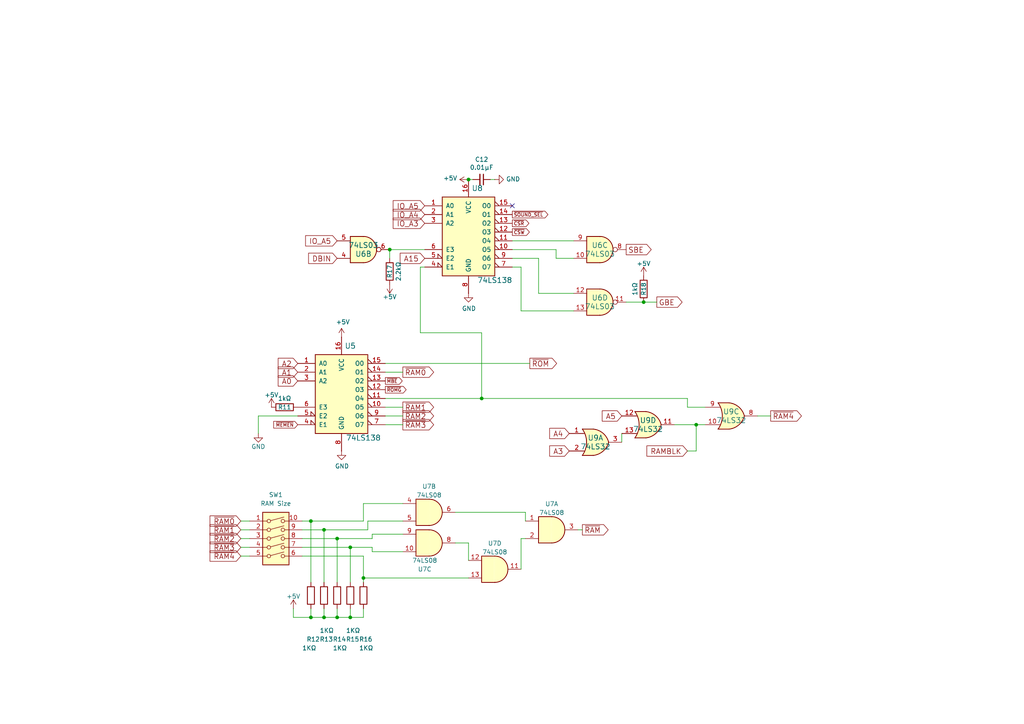
<source format=kicad_sch>
(kicad_sch
	(version 20231120)
	(generator "eeschema")
	(generator_version "8.0")
	(uuid "a9ff0621-eacb-4187-ba89-29f236eec881")
	(paper "A4")
	(title_block
		(title "TI-99/22")
		(date "2023-01-21")
		(rev "0.96")
		(company "Dan Werner - https://github.com/danwerner21/ti99_22")
		(comment 1 "Schematic for Keyboard, Joystick and Cassette port.")
		(comment 3 "was based on the HackMac KiCAD Design")
		(comment 4 "Based Robert Krenicki's design which")
		(comment 5 "Original - https://github.com/rkrenicki/TI99-Motherboard")
	)
	(lib_symbols
		(symbol "74xx:74LS03"
			(pin_names
				(offset 1.016)
			)
			(exclude_from_sim no)
			(in_bom yes)
			(on_board yes)
			(property "Reference" "U"
				(at 0 1.27 0)
				(effects
					(font
						(size 1.27 1.27)
					)
				)
			)
			(property "Value" "74LS03"
				(at 0 -1.27 0)
				(effects
					(font
						(size 1.27 1.27)
					)
				)
			)
			(property "Footprint" ""
				(at 0 0 0)
				(effects
					(font
						(size 1.27 1.27)
					)
					(hide yes)
				)
			)
			(property "Datasheet" "http://www.ti.com/lit/gpn/sn74LS03"
				(at 0 0 0)
				(effects
					(font
						(size 1.27 1.27)
					)
					(hide yes)
				)
			)
			(property "Description" "Quad 2-input NAND open collector"
				(at 0 0 0)
				(effects
					(font
						(size 1.27 1.27)
					)
					(hide yes)
				)
			)
			(property "ki_locked" ""
				(at 0 0 0)
				(effects
					(font
						(size 1.27 1.27)
					)
				)
			)
			(property "ki_keywords" "TTL Nand2 OpenColl"
				(at 0 0 0)
				(effects
					(font
						(size 1.27 1.27)
					)
					(hide yes)
				)
			)
			(property "ki_fp_filters" "DIP*W7.62mm**"
				(at 0 0 0)
				(effects
					(font
						(size 1.27 1.27)
					)
					(hide yes)
				)
			)
			(symbol "74LS03_1_1"
				(arc
					(start 0 -3.81)
					(mid 3.7934 0)
					(end 0 3.81)
					(stroke
						(width 0.254)
						(type default)
					)
					(fill
						(type background)
					)
				)
				(polyline
					(pts
						(xy 0 3.81) (xy -3.81 3.81) (xy -3.81 -3.81) (xy 0 -3.81)
					)
					(stroke
						(width 0.254)
						(type default)
					)
					(fill
						(type background)
					)
				)
				(pin input line
					(at -7.62 2.54 0)
					(length 3.81)
					(name "~"
						(effects
							(font
								(size 1.27 1.27)
							)
						)
					)
					(number "1"
						(effects
							(font
								(size 1.27 1.27)
							)
						)
					)
				)
				(pin input line
					(at -7.62 -2.54 0)
					(length 3.81)
					(name "~"
						(effects
							(font
								(size 1.27 1.27)
							)
						)
					)
					(number "2"
						(effects
							(font
								(size 1.27 1.27)
							)
						)
					)
				)
				(pin open_collector inverted
					(at 7.62 0 180)
					(length 3.81)
					(name "~"
						(effects
							(font
								(size 1.27 1.27)
							)
						)
					)
					(number "3"
						(effects
							(font
								(size 1.27 1.27)
							)
						)
					)
				)
			)
			(symbol "74LS03_1_2"
				(arc
					(start -3.81 -3.81)
					(mid -2.589 0)
					(end -3.81 3.81)
					(stroke
						(width 0.254)
						(type default)
					)
					(fill
						(type none)
					)
				)
				(arc
					(start -0.6096 -3.81)
					(mid 2.1855 -2.584)
					(end 3.81 0)
					(stroke
						(width 0.254)
						(type default)
					)
					(fill
						(type background)
					)
				)
				(polyline
					(pts
						(xy -3.81 -3.81) (xy -0.635 -3.81)
					)
					(stroke
						(width 0.254)
						(type default)
					)
					(fill
						(type background)
					)
				)
				(polyline
					(pts
						(xy -3.81 3.81) (xy -0.635 3.81)
					)
					(stroke
						(width 0.254)
						(type default)
					)
					(fill
						(type background)
					)
				)
				(polyline
					(pts
						(xy -0.635 3.81) (xy -3.81 3.81) (xy -3.81 3.81) (xy -3.556 3.4036) (xy -3.0226 2.2606) (xy -2.6924 1.0414)
						(xy -2.6162 -0.254) (xy -2.7686 -1.4986) (xy -3.175 -2.7178) (xy -3.81 -3.81) (xy -3.81 -3.81)
						(xy -0.635 -3.81)
					)
					(stroke
						(width -25.4)
						(type default)
					)
					(fill
						(type background)
					)
				)
				(arc
					(start 3.81 0)
					(mid 2.1928 2.5925)
					(end -0.6096 3.81)
					(stroke
						(width 0.254)
						(type default)
					)
					(fill
						(type background)
					)
				)
				(pin input inverted
					(at -7.62 2.54 0)
					(length 4.318)
					(name "~"
						(effects
							(font
								(size 1.27 1.27)
							)
						)
					)
					(number "1"
						(effects
							(font
								(size 1.27 1.27)
							)
						)
					)
				)
				(pin input inverted
					(at -7.62 -2.54 0)
					(length 4.318)
					(name "~"
						(effects
							(font
								(size 1.27 1.27)
							)
						)
					)
					(number "2"
						(effects
							(font
								(size 1.27 1.27)
							)
						)
					)
				)
				(pin open_collector line
					(at 7.62 0 180)
					(length 3.81)
					(name "~"
						(effects
							(font
								(size 1.27 1.27)
							)
						)
					)
					(number "3"
						(effects
							(font
								(size 1.27 1.27)
							)
						)
					)
				)
			)
			(symbol "74LS03_2_1"
				(arc
					(start 0 -3.81)
					(mid 3.7934 0)
					(end 0 3.81)
					(stroke
						(width 0.254)
						(type default)
					)
					(fill
						(type background)
					)
				)
				(polyline
					(pts
						(xy 0 3.81) (xy -3.81 3.81) (xy -3.81 -3.81) (xy 0 -3.81)
					)
					(stroke
						(width 0.254)
						(type default)
					)
					(fill
						(type background)
					)
				)
				(pin input line
					(at -7.62 2.54 0)
					(length 3.81)
					(name "~"
						(effects
							(font
								(size 1.27 1.27)
							)
						)
					)
					(number "4"
						(effects
							(font
								(size 1.27 1.27)
							)
						)
					)
				)
				(pin input line
					(at -7.62 -2.54 0)
					(length 3.81)
					(name "~"
						(effects
							(font
								(size 1.27 1.27)
							)
						)
					)
					(number "5"
						(effects
							(font
								(size 1.27 1.27)
							)
						)
					)
				)
				(pin open_collector inverted
					(at 7.62 0 180)
					(length 3.81)
					(name "~"
						(effects
							(font
								(size 1.27 1.27)
							)
						)
					)
					(number "6"
						(effects
							(font
								(size 1.27 1.27)
							)
						)
					)
				)
			)
			(symbol "74LS03_2_2"
				(arc
					(start -3.81 -3.81)
					(mid -2.589 0)
					(end -3.81 3.81)
					(stroke
						(width 0.254)
						(type default)
					)
					(fill
						(type none)
					)
				)
				(arc
					(start -0.6096 -3.81)
					(mid 2.1855 -2.584)
					(end 3.81 0)
					(stroke
						(width 0.254)
						(type default)
					)
					(fill
						(type background)
					)
				)
				(polyline
					(pts
						(xy -3.81 -3.81) (xy -0.635 -3.81)
					)
					(stroke
						(width 0.254)
						(type default)
					)
					(fill
						(type background)
					)
				)
				(polyline
					(pts
						(xy -3.81 3.81) (xy -0.635 3.81)
					)
					(stroke
						(width 0.254)
						(type default)
					)
					(fill
						(type background)
					)
				)
				(polyline
					(pts
						(xy -0.635 3.81) (xy -3.81 3.81) (xy -3.81 3.81) (xy -3.556 3.4036) (xy -3.0226 2.2606) (xy -2.6924 1.0414)
						(xy -2.6162 -0.254) (xy -2.7686 -1.4986) (xy -3.175 -2.7178) (xy -3.81 -3.81) (xy -3.81 -3.81)
						(xy -0.635 -3.81)
					)
					(stroke
						(width -25.4)
						(type default)
					)
					(fill
						(type background)
					)
				)
				(arc
					(start 3.81 0)
					(mid 2.1928 2.5925)
					(end -0.6096 3.81)
					(stroke
						(width 0.254)
						(type default)
					)
					(fill
						(type background)
					)
				)
				(pin input inverted
					(at -7.62 2.54 0)
					(length 4.318)
					(name "~"
						(effects
							(font
								(size 1.27 1.27)
							)
						)
					)
					(number "4"
						(effects
							(font
								(size 1.27 1.27)
							)
						)
					)
				)
				(pin input inverted
					(at -7.62 -2.54 0)
					(length 4.318)
					(name "~"
						(effects
							(font
								(size 1.27 1.27)
							)
						)
					)
					(number "5"
						(effects
							(font
								(size 1.27 1.27)
							)
						)
					)
				)
				(pin open_collector line
					(at 7.62 0 180)
					(length 3.81)
					(name "~"
						(effects
							(font
								(size 1.27 1.27)
							)
						)
					)
					(number "6"
						(effects
							(font
								(size 1.27 1.27)
							)
						)
					)
				)
			)
			(symbol "74LS03_3_1"
				(arc
					(start 0 -3.81)
					(mid 3.7934 0)
					(end 0 3.81)
					(stroke
						(width 0.254)
						(type default)
					)
					(fill
						(type background)
					)
				)
				(polyline
					(pts
						(xy 0 3.81) (xy -3.81 3.81) (xy -3.81 -3.81) (xy 0 -3.81)
					)
					(stroke
						(width 0.254)
						(type default)
					)
					(fill
						(type background)
					)
				)
				(pin input line
					(at -7.62 -2.54 0)
					(length 3.81)
					(name "~"
						(effects
							(font
								(size 1.27 1.27)
							)
						)
					)
					(number "10"
						(effects
							(font
								(size 1.27 1.27)
							)
						)
					)
				)
				(pin open_collector inverted
					(at 7.62 0 180)
					(length 3.81)
					(name "~"
						(effects
							(font
								(size 1.27 1.27)
							)
						)
					)
					(number "8"
						(effects
							(font
								(size 1.27 1.27)
							)
						)
					)
				)
				(pin input line
					(at -7.62 2.54 0)
					(length 3.81)
					(name "~"
						(effects
							(font
								(size 1.27 1.27)
							)
						)
					)
					(number "9"
						(effects
							(font
								(size 1.27 1.27)
							)
						)
					)
				)
			)
			(symbol "74LS03_3_2"
				(arc
					(start -3.81 -3.81)
					(mid -2.589 0)
					(end -3.81 3.81)
					(stroke
						(width 0.254)
						(type default)
					)
					(fill
						(type none)
					)
				)
				(arc
					(start -0.6096 -3.81)
					(mid 2.1855 -2.584)
					(end 3.81 0)
					(stroke
						(width 0.254)
						(type default)
					)
					(fill
						(type background)
					)
				)
				(polyline
					(pts
						(xy -3.81 -3.81) (xy -0.635 -3.81)
					)
					(stroke
						(width 0.254)
						(type default)
					)
					(fill
						(type background)
					)
				)
				(polyline
					(pts
						(xy -3.81 3.81) (xy -0.635 3.81)
					)
					(stroke
						(width 0.254)
						(type default)
					)
					(fill
						(type background)
					)
				)
				(polyline
					(pts
						(xy -0.635 3.81) (xy -3.81 3.81) (xy -3.81 3.81) (xy -3.556 3.4036) (xy -3.0226 2.2606) (xy -2.6924 1.0414)
						(xy -2.6162 -0.254) (xy -2.7686 -1.4986) (xy -3.175 -2.7178) (xy -3.81 -3.81) (xy -3.81 -3.81)
						(xy -0.635 -3.81)
					)
					(stroke
						(width -25.4)
						(type default)
					)
					(fill
						(type background)
					)
				)
				(arc
					(start 3.81 0)
					(mid 2.1928 2.5925)
					(end -0.6096 3.81)
					(stroke
						(width 0.254)
						(type default)
					)
					(fill
						(type background)
					)
				)
				(pin input inverted
					(at -7.62 -2.54 0)
					(length 4.318)
					(name "~"
						(effects
							(font
								(size 1.27 1.27)
							)
						)
					)
					(number "10"
						(effects
							(font
								(size 1.27 1.27)
							)
						)
					)
				)
				(pin open_collector line
					(at 7.62 0 180)
					(length 3.81)
					(name "~"
						(effects
							(font
								(size 1.27 1.27)
							)
						)
					)
					(number "8"
						(effects
							(font
								(size 1.27 1.27)
							)
						)
					)
				)
				(pin input inverted
					(at -7.62 2.54 0)
					(length 4.318)
					(name "~"
						(effects
							(font
								(size 1.27 1.27)
							)
						)
					)
					(number "9"
						(effects
							(font
								(size 1.27 1.27)
							)
						)
					)
				)
			)
			(symbol "74LS03_4_1"
				(arc
					(start 0 -3.81)
					(mid 3.7934 0)
					(end 0 3.81)
					(stroke
						(width 0.254)
						(type default)
					)
					(fill
						(type background)
					)
				)
				(polyline
					(pts
						(xy 0 3.81) (xy -3.81 3.81) (xy -3.81 -3.81) (xy 0 -3.81)
					)
					(stroke
						(width 0.254)
						(type default)
					)
					(fill
						(type background)
					)
				)
				(pin open_collector inverted
					(at 7.62 0 180)
					(length 3.81)
					(name "~"
						(effects
							(font
								(size 1.27 1.27)
							)
						)
					)
					(number "11"
						(effects
							(font
								(size 1.27 1.27)
							)
						)
					)
				)
				(pin input line
					(at -7.62 2.54 0)
					(length 3.81)
					(name "~"
						(effects
							(font
								(size 1.27 1.27)
							)
						)
					)
					(number "12"
						(effects
							(font
								(size 1.27 1.27)
							)
						)
					)
				)
				(pin input line
					(at -7.62 -2.54 0)
					(length 3.81)
					(name "~"
						(effects
							(font
								(size 1.27 1.27)
							)
						)
					)
					(number "13"
						(effects
							(font
								(size 1.27 1.27)
							)
						)
					)
				)
			)
			(symbol "74LS03_4_2"
				(arc
					(start -3.81 -3.81)
					(mid -2.589 0)
					(end -3.81 3.81)
					(stroke
						(width 0.254)
						(type default)
					)
					(fill
						(type none)
					)
				)
				(arc
					(start -0.6096 -3.81)
					(mid 2.1855 -2.584)
					(end 3.81 0)
					(stroke
						(width 0.254)
						(type default)
					)
					(fill
						(type background)
					)
				)
				(polyline
					(pts
						(xy -3.81 -3.81) (xy -0.635 -3.81)
					)
					(stroke
						(width 0.254)
						(type default)
					)
					(fill
						(type background)
					)
				)
				(polyline
					(pts
						(xy -3.81 3.81) (xy -0.635 3.81)
					)
					(stroke
						(width 0.254)
						(type default)
					)
					(fill
						(type background)
					)
				)
				(polyline
					(pts
						(xy -0.635 3.81) (xy -3.81 3.81) (xy -3.81 3.81) (xy -3.556 3.4036) (xy -3.0226 2.2606) (xy -2.6924 1.0414)
						(xy -2.6162 -0.254) (xy -2.7686 -1.4986) (xy -3.175 -2.7178) (xy -3.81 -3.81) (xy -3.81 -3.81)
						(xy -0.635 -3.81)
					)
					(stroke
						(width -25.4)
						(type default)
					)
					(fill
						(type background)
					)
				)
				(arc
					(start 3.81 0)
					(mid 2.1928 2.5925)
					(end -0.6096 3.81)
					(stroke
						(width 0.254)
						(type default)
					)
					(fill
						(type background)
					)
				)
				(pin open_collector line
					(at 7.62 0 180)
					(length 3.81)
					(name "~"
						(effects
							(font
								(size 1.27 1.27)
							)
						)
					)
					(number "11"
						(effects
							(font
								(size 1.27 1.27)
							)
						)
					)
				)
				(pin input inverted
					(at -7.62 2.54 0)
					(length 4.318)
					(name "~"
						(effects
							(font
								(size 1.27 1.27)
							)
						)
					)
					(number "12"
						(effects
							(font
								(size 1.27 1.27)
							)
						)
					)
				)
				(pin input inverted
					(at -7.62 -2.54 0)
					(length 4.318)
					(name "~"
						(effects
							(font
								(size 1.27 1.27)
							)
						)
					)
					(number "13"
						(effects
							(font
								(size 1.27 1.27)
							)
						)
					)
				)
			)
			(symbol "74LS03_5_0"
				(pin power_in line
					(at 0 12.7 270)
					(length 5.08)
					(name "VCC"
						(effects
							(font
								(size 1.27 1.27)
							)
						)
					)
					(number "14"
						(effects
							(font
								(size 1.27 1.27)
							)
						)
					)
				)
				(pin power_in line
					(at 0 -12.7 90)
					(length 5.08)
					(name "GND"
						(effects
							(font
								(size 1.27 1.27)
							)
						)
					)
					(number "7"
						(effects
							(font
								(size 1.27 1.27)
							)
						)
					)
				)
			)
			(symbol "74LS03_5_1"
				(rectangle
					(start -5.08 7.62)
					(end 5.08 -7.62)
					(stroke
						(width 0.254)
						(type default)
					)
					(fill
						(type background)
					)
				)
			)
		)
		(symbol "74xx:74LS08"
			(pin_names
				(offset 1.016)
			)
			(exclude_from_sim no)
			(in_bom yes)
			(on_board yes)
			(property "Reference" "U"
				(at 0 1.27 0)
				(effects
					(font
						(size 1.27 1.27)
					)
				)
			)
			(property "Value" "74LS08"
				(at 0 -1.27 0)
				(effects
					(font
						(size 1.27 1.27)
					)
				)
			)
			(property "Footprint" ""
				(at 0 0 0)
				(effects
					(font
						(size 1.27 1.27)
					)
					(hide yes)
				)
			)
			(property "Datasheet" "http://www.ti.com/lit/gpn/sn74LS08"
				(at 0 0 0)
				(effects
					(font
						(size 1.27 1.27)
					)
					(hide yes)
				)
			)
			(property "Description" "Quad And2"
				(at 0 0 0)
				(effects
					(font
						(size 1.27 1.27)
					)
					(hide yes)
				)
			)
			(property "ki_locked" ""
				(at 0 0 0)
				(effects
					(font
						(size 1.27 1.27)
					)
				)
			)
			(property "ki_keywords" "TTL and2"
				(at 0 0 0)
				(effects
					(font
						(size 1.27 1.27)
					)
					(hide yes)
				)
			)
			(property "ki_fp_filters" "DIP*W7.62mm*"
				(at 0 0 0)
				(effects
					(font
						(size 1.27 1.27)
					)
					(hide yes)
				)
			)
			(symbol "74LS08_1_1"
				(arc
					(start 0 -3.81)
					(mid 3.7934 0)
					(end 0 3.81)
					(stroke
						(width 0.254)
						(type default)
					)
					(fill
						(type background)
					)
				)
				(polyline
					(pts
						(xy 0 3.81) (xy -3.81 3.81) (xy -3.81 -3.81) (xy 0 -3.81)
					)
					(stroke
						(width 0.254)
						(type default)
					)
					(fill
						(type background)
					)
				)
				(pin input line
					(at -7.62 2.54 0)
					(length 3.81)
					(name "~"
						(effects
							(font
								(size 1.27 1.27)
							)
						)
					)
					(number "1"
						(effects
							(font
								(size 1.27 1.27)
							)
						)
					)
				)
				(pin input line
					(at -7.62 -2.54 0)
					(length 3.81)
					(name "~"
						(effects
							(font
								(size 1.27 1.27)
							)
						)
					)
					(number "2"
						(effects
							(font
								(size 1.27 1.27)
							)
						)
					)
				)
				(pin output line
					(at 7.62 0 180)
					(length 3.81)
					(name "~"
						(effects
							(font
								(size 1.27 1.27)
							)
						)
					)
					(number "3"
						(effects
							(font
								(size 1.27 1.27)
							)
						)
					)
				)
			)
			(symbol "74LS08_1_2"
				(arc
					(start -3.81 -3.81)
					(mid -2.589 0)
					(end -3.81 3.81)
					(stroke
						(width 0.254)
						(type default)
					)
					(fill
						(type none)
					)
				)
				(arc
					(start -0.6096 -3.81)
					(mid 2.1842 -2.5851)
					(end 3.81 0)
					(stroke
						(width 0.254)
						(type default)
					)
					(fill
						(type background)
					)
				)
				(polyline
					(pts
						(xy -3.81 -3.81) (xy -0.635 -3.81)
					)
					(stroke
						(width 0.254)
						(type default)
					)
					(fill
						(type background)
					)
				)
				(polyline
					(pts
						(xy -3.81 3.81) (xy -0.635 3.81)
					)
					(stroke
						(width 0.254)
						(type default)
					)
					(fill
						(type background)
					)
				)
				(polyline
					(pts
						(xy -0.635 3.81) (xy -3.81 3.81) (xy -3.81 3.81) (xy -3.556 3.4036) (xy -3.0226 2.2606) (xy -2.6924 1.0414)
						(xy -2.6162 -0.254) (xy -2.7686 -1.4986) (xy -3.175 -2.7178) (xy -3.81 -3.81) (xy -3.81 -3.81)
						(xy -0.635 -3.81)
					)
					(stroke
						(width -25.4)
						(type default)
					)
					(fill
						(type background)
					)
				)
				(arc
					(start 3.81 0)
					(mid 2.1915 2.5936)
					(end -0.6096 3.81)
					(stroke
						(width 0.254)
						(type default)
					)
					(fill
						(type background)
					)
				)
				(pin input inverted
					(at -7.62 2.54 0)
					(length 4.318)
					(name "~"
						(effects
							(font
								(size 1.27 1.27)
							)
						)
					)
					(number "1"
						(effects
							(font
								(size 1.27 1.27)
							)
						)
					)
				)
				(pin input inverted
					(at -7.62 -2.54 0)
					(length 4.318)
					(name "~"
						(effects
							(font
								(size 1.27 1.27)
							)
						)
					)
					(number "2"
						(effects
							(font
								(size 1.27 1.27)
							)
						)
					)
				)
				(pin output inverted
					(at 7.62 0 180)
					(length 3.81)
					(name "~"
						(effects
							(font
								(size 1.27 1.27)
							)
						)
					)
					(number "3"
						(effects
							(font
								(size 1.27 1.27)
							)
						)
					)
				)
			)
			(symbol "74LS08_2_1"
				(arc
					(start 0 -3.81)
					(mid 3.7934 0)
					(end 0 3.81)
					(stroke
						(width 0.254)
						(type default)
					)
					(fill
						(type background)
					)
				)
				(polyline
					(pts
						(xy 0 3.81) (xy -3.81 3.81) (xy -3.81 -3.81) (xy 0 -3.81)
					)
					(stroke
						(width 0.254)
						(type default)
					)
					(fill
						(type background)
					)
				)
				(pin input line
					(at -7.62 2.54 0)
					(length 3.81)
					(name "~"
						(effects
							(font
								(size 1.27 1.27)
							)
						)
					)
					(number "4"
						(effects
							(font
								(size 1.27 1.27)
							)
						)
					)
				)
				(pin input line
					(at -7.62 -2.54 0)
					(length 3.81)
					(name "~"
						(effects
							(font
								(size 1.27 1.27)
							)
						)
					)
					(number "5"
						(effects
							(font
								(size 1.27 1.27)
							)
						)
					)
				)
				(pin output line
					(at 7.62 0 180)
					(length 3.81)
					(name "~"
						(effects
							(font
								(size 1.27 1.27)
							)
						)
					)
					(number "6"
						(effects
							(font
								(size 1.27 1.27)
							)
						)
					)
				)
			)
			(symbol "74LS08_2_2"
				(arc
					(start -3.81 -3.81)
					(mid -2.589 0)
					(end -3.81 3.81)
					(stroke
						(width 0.254)
						(type default)
					)
					(fill
						(type none)
					)
				)
				(arc
					(start -0.6096 -3.81)
					(mid 2.1842 -2.5851)
					(end 3.81 0)
					(stroke
						(width 0.254)
						(type default)
					)
					(fill
						(type background)
					)
				)
				(polyline
					(pts
						(xy -3.81 -3.81) (xy -0.635 -3.81)
					)
					(stroke
						(width 0.254)
						(type default)
					)
					(fill
						(type background)
					)
				)
				(polyline
					(pts
						(xy -3.81 3.81) (xy -0.635 3.81)
					)
					(stroke
						(width 0.254)
						(type default)
					)
					(fill
						(type background)
					)
				)
				(polyline
					(pts
						(xy -0.635 3.81) (xy -3.81 3.81) (xy -3.81 3.81) (xy -3.556 3.4036) (xy -3.0226 2.2606) (xy -2.6924 1.0414)
						(xy -2.6162 -0.254) (xy -2.7686 -1.4986) (xy -3.175 -2.7178) (xy -3.81 -3.81) (xy -3.81 -3.81)
						(xy -0.635 -3.81)
					)
					(stroke
						(width -25.4)
						(type default)
					)
					(fill
						(type background)
					)
				)
				(arc
					(start 3.81 0)
					(mid 2.1915 2.5936)
					(end -0.6096 3.81)
					(stroke
						(width 0.254)
						(type default)
					)
					(fill
						(type background)
					)
				)
				(pin input inverted
					(at -7.62 2.54 0)
					(length 4.318)
					(name "~"
						(effects
							(font
								(size 1.27 1.27)
							)
						)
					)
					(number "4"
						(effects
							(font
								(size 1.27 1.27)
							)
						)
					)
				)
				(pin input inverted
					(at -7.62 -2.54 0)
					(length 4.318)
					(name "~"
						(effects
							(font
								(size 1.27 1.27)
							)
						)
					)
					(number "5"
						(effects
							(font
								(size 1.27 1.27)
							)
						)
					)
				)
				(pin output inverted
					(at 7.62 0 180)
					(length 3.81)
					(name "~"
						(effects
							(font
								(size 1.27 1.27)
							)
						)
					)
					(number "6"
						(effects
							(font
								(size 1.27 1.27)
							)
						)
					)
				)
			)
			(symbol "74LS08_3_1"
				(arc
					(start 0 -3.81)
					(mid 3.7934 0)
					(end 0 3.81)
					(stroke
						(width 0.254)
						(type default)
					)
					(fill
						(type background)
					)
				)
				(polyline
					(pts
						(xy 0 3.81) (xy -3.81 3.81) (xy -3.81 -3.81) (xy 0 -3.81)
					)
					(stroke
						(width 0.254)
						(type default)
					)
					(fill
						(type background)
					)
				)
				(pin input line
					(at -7.62 -2.54 0)
					(length 3.81)
					(name "~"
						(effects
							(font
								(size 1.27 1.27)
							)
						)
					)
					(number "10"
						(effects
							(font
								(size 1.27 1.27)
							)
						)
					)
				)
				(pin output line
					(at 7.62 0 180)
					(length 3.81)
					(name "~"
						(effects
							(font
								(size 1.27 1.27)
							)
						)
					)
					(number "8"
						(effects
							(font
								(size 1.27 1.27)
							)
						)
					)
				)
				(pin input line
					(at -7.62 2.54 0)
					(length 3.81)
					(name "~"
						(effects
							(font
								(size 1.27 1.27)
							)
						)
					)
					(number "9"
						(effects
							(font
								(size 1.27 1.27)
							)
						)
					)
				)
			)
			(symbol "74LS08_3_2"
				(arc
					(start -3.81 -3.81)
					(mid -2.589 0)
					(end -3.81 3.81)
					(stroke
						(width 0.254)
						(type default)
					)
					(fill
						(type none)
					)
				)
				(arc
					(start -0.6096 -3.81)
					(mid 2.1842 -2.5851)
					(end 3.81 0)
					(stroke
						(width 0.254)
						(type default)
					)
					(fill
						(type background)
					)
				)
				(polyline
					(pts
						(xy -3.81 -3.81) (xy -0.635 -3.81)
					)
					(stroke
						(width 0.254)
						(type default)
					)
					(fill
						(type background)
					)
				)
				(polyline
					(pts
						(xy -3.81 3.81) (xy -0.635 3.81)
					)
					(stroke
						(width 0.254)
						(type default)
					)
					(fill
						(type background)
					)
				)
				(polyline
					(pts
						(xy -0.635 3.81) (xy -3.81 3.81) (xy -3.81 3.81) (xy -3.556 3.4036) (xy -3.0226 2.2606) (xy -2.6924 1.0414)
						(xy -2.6162 -0.254) (xy -2.7686 -1.4986) (xy -3.175 -2.7178) (xy -3.81 -3.81) (xy -3.81 -3.81)
						(xy -0.635 -3.81)
					)
					(stroke
						(width -25.4)
						(type default)
					)
					(fill
						(type background)
					)
				)
				(arc
					(start 3.81 0)
					(mid 2.1915 2.5936)
					(end -0.6096 3.81)
					(stroke
						(width 0.254)
						(type default)
					)
					(fill
						(type background)
					)
				)
				(pin input inverted
					(at -7.62 -2.54 0)
					(length 4.318)
					(name "~"
						(effects
							(font
								(size 1.27 1.27)
							)
						)
					)
					(number "10"
						(effects
							(font
								(size 1.27 1.27)
							)
						)
					)
				)
				(pin output inverted
					(at 7.62 0 180)
					(length 3.81)
					(name "~"
						(effects
							(font
								(size 1.27 1.27)
							)
						)
					)
					(number "8"
						(effects
							(font
								(size 1.27 1.27)
							)
						)
					)
				)
				(pin input inverted
					(at -7.62 2.54 0)
					(length 4.318)
					(name "~"
						(effects
							(font
								(size 1.27 1.27)
							)
						)
					)
					(number "9"
						(effects
							(font
								(size 1.27 1.27)
							)
						)
					)
				)
			)
			(symbol "74LS08_4_1"
				(arc
					(start 0 -3.81)
					(mid 3.7934 0)
					(end 0 3.81)
					(stroke
						(width 0.254)
						(type default)
					)
					(fill
						(type background)
					)
				)
				(polyline
					(pts
						(xy 0 3.81) (xy -3.81 3.81) (xy -3.81 -3.81) (xy 0 -3.81)
					)
					(stroke
						(width 0.254)
						(type default)
					)
					(fill
						(type background)
					)
				)
				(pin output line
					(at 7.62 0 180)
					(length 3.81)
					(name "~"
						(effects
							(font
								(size 1.27 1.27)
							)
						)
					)
					(number "11"
						(effects
							(font
								(size 1.27 1.27)
							)
						)
					)
				)
				(pin input line
					(at -7.62 2.54 0)
					(length 3.81)
					(name "~"
						(effects
							(font
								(size 1.27 1.27)
							)
						)
					)
					(number "12"
						(effects
							(font
								(size 1.27 1.27)
							)
						)
					)
				)
				(pin input line
					(at -7.62 -2.54 0)
					(length 3.81)
					(name "~"
						(effects
							(font
								(size 1.27 1.27)
							)
						)
					)
					(number "13"
						(effects
							(font
								(size 1.27 1.27)
							)
						)
					)
				)
			)
			(symbol "74LS08_4_2"
				(arc
					(start -3.81 -3.81)
					(mid -2.589 0)
					(end -3.81 3.81)
					(stroke
						(width 0.254)
						(type default)
					)
					(fill
						(type none)
					)
				)
				(arc
					(start -0.6096 -3.81)
					(mid 2.1842 -2.5851)
					(end 3.81 0)
					(stroke
						(width 0.254)
						(type default)
					)
					(fill
						(type background)
					)
				)
				(polyline
					(pts
						(xy -3.81 -3.81) (xy -0.635 -3.81)
					)
					(stroke
						(width 0.254)
						(type default)
					)
					(fill
						(type background)
					)
				)
				(polyline
					(pts
						(xy -3.81 3.81) (xy -0.635 3.81)
					)
					(stroke
						(width 0.254)
						(type default)
					)
					(fill
						(type background)
					)
				)
				(polyline
					(pts
						(xy -0.635 3.81) (xy -3.81 3.81) (xy -3.81 3.81) (xy -3.556 3.4036) (xy -3.0226 2.2606) (xy -2.6924 1.0414)
						(xy -2.6162 -0.254) (xy -2.7686 -1.4986) (xy -3.175 -2.7178) (xy -3.81 -3.81) (xy -3.81 -3.81)
						(xy -0.635 -3.81)
					)
					(stroke
						(width -25.4)
						(type default)
					)
					(fill
						(type background)
					)
				)
				(arc
					(start 3.81 0)
					(mid 2.1915 2.5936)
					(end -0.6096 3.81)
					(stroke
						(width 0.254)
						(type default)
					)
					(fill
						(type background)
					)
				)
				(pin output inverted
					(at 7.62 0 180)
					(length 3.81)
					(name "~"
						(effects
							(font
								(size 1.27 1.27)
							)
						)
					)
					(number "11"
						(effects
							(font
								(size 1.27 1.27)
							)
						)
					)
				)
				(pin input inverted
					(at -7.62 2.54 0)
					(length 4.318)
					(name "~"
						(effects
							(font
								(size 1.27 1.27)
							)
						)
					)
					(number "12"
						(effects
							(font
								(size 1.27 1.27)
							)
						)
					)
				)
				(pin input inverted
					(at -7.62 -2.54 0)
					(length 4.318)
					(name "~"
						(effects
							(font
								(size 1.27 1.27)
							)
						)
					)
					(number "13"
						(effects
							(font
								(size 1.27 1.27)
							)
						)
					)
				)
			)
			(symbol "74LS08_5_0"
				(pin power_in line
					(at 0 12.7 270)
					(length 5.08)
					(name "VCC"
						(effects
							(font
								(size 1.27 1.27)
							)
						)
					)
					(number "14"
						(effects
							(font
								(size 1.27 1.27)
							)
						)
					)
				)
				(pin power_in line
					(at 0 -12.7 90)
					(length 5.08)
					(name "GND"
						(effects
							(font
								(size 1.27 1.27)
							)
						)
					)
					(number "7"
						(effects
							(font
								(size 1.27 1.27)
							)
						)
					)
				)
			)
			(symbol "74LS08_5_1"
				(rectangle
					(start -5.08 7.62)
					(end 5.08 -7.62)
					(stroke
						(width 0.254)
						(type default)
					)
					(fill
						(type background)
					)
				)
			)
		)
		(symbol "74xx:74LS138"
			(pin_names
				(offset 1.016)
			)
			(exclude_from_sim no)
			(in_bom yes)
			(on_board yes)
			(property "Reference" "U"
				(at -7.62 11.43 0)
				(effects
					(font
						(size 1.27 1.27)
					)
				)
			)
			(property "Value" "74LS138"
				(at -7.62 -13.97 0)
				(effects
					(font
						(size 1.27 1.27)
					)
				)
			)
			(property "Footprint" ""
				(at 0 0 0)
				(effects
					(font
						(size 1.27 1.27)
					)
					(hide yes)
				)
			)
			(property "Datasheet" "http://www.ti.com/lit/gpn/sn74LS138"
				(at 0 0 0)
				(effects
					(font
						(size 1.27 1.27)
					)
					(hide yes)
				)
			)
			(property "Description" "Decoder 3 to 8 active low outputs"
				(at 0 0 0)
				(effects
					(font
						(size 1.27 1.27)
					)
					(hide yes)
				)
			)
			(property "ki_locked" ""
				(at 0 0 0)
				(effects
					(font
						(size 1.27 1.27)
					)
				)
			)
			(property "ki_keywords" "TTL DECOD DECOD8"
				(at 0 0 0)
				(effects
					(font
						(size 1.27 1.27)
					)
					(hide yes)
				)
			)
			(property "ki_fp_filters" "DIP?16*"
				(at 0 0 0)
				(effects
					(font
						(size 1.27 1.27)
					)
					(hide yes)
				)
			)
			(symbol "74LS138_1_0"
				(pin input line
					(at -12.7 7.62 0)
					(length 5.08)
					(name "A0"
						(effects
							(font
								(size 1.27 1.27)
							)
						)
					)
					(number "1"
						(effects
							(font
								(size 1.27 1.27)
							)
						)
					)
				)
				(pin output output_low
					(at 12.7 -5.08 180)
					(length 5.08)
					(name "O5"
						(effects
							(font
								(size 1.27 1.27)
							)
						)
					)
					(number "10"
						(effects
							(font
								(size 1.27 1.27)
							)
						)
					)
				)
				(pin output output_low
					(at 12.7 -2.54 180)
					(length 5.08)
					(name "O4"
						(effects
							(font
								(size 1.27 1.27)
							)
						)
					)
					(number "11"
						(effects
							(font
								(size 1.27 1.27)
							)
						)
					)
				)
				(pin output output_low
					(at 12.7 0 180)
					(length 5.08)
					(name "O3"
						(effects
							(font
								(size 1.27 1.27)
							)
						)
					)
					(number "12"
						(effects
							(font
								(size 1.27 1.27)
							)
						)
					)
				)
				(pin output output_low
					(at 12.7 2.54 180)
					(length 5.08)
					(name "O2"
						(effects
							(font
								(size 1.27 1.27)
							)
						)
					)
					(number "13"
						(effects
							(font
								(size 1.27 1.27)
							)
						)
					)
				)
				(pin output output_low
					(at 12.7 5.08 180)
					(length 5.08)
					(name "O1"
						(effects
							(font
								(size 1.27 1.27)
							)
						)
					)
					(number "14"
						(effects
							(font
								(size 1.27 1.27)
							)
						)
					)
				)
				(pin output output_low
					(at 12.7 7.62 180)
					(length 5.08)
					(name "O0"
						(effects
							(font
								(size 1.27 1.27)
							)
						)
					)
					(number "15"
						(effects
							(font
								(size 1.27 1.27)
							)
						)
					)
				)
				(pin power_in line
					(at 0 15.24 270)
					(length 5.08)
					(name "VCC"
						(effects
							(font
								(size 1.27 1.27)
							)
						)
					)
					(number "16"
						(effects
							(font
								(size 1.27 1.27)
							)
						)
					)
				)
				(pin input line
					(at -12.7 5.08 0)
					(length 5.08)
					(name "A1"
						(effects
							(font
								(size 1.27 1.27)
							)
						)
					)
					(number "2"
						(effects
							(font
								(size 1.27 1.27)
							)
						)
					)
				)
				(pin input line
					(at -12.7 2.54 0)
					(length 5.08)
					(name "A2"
						(effects
							(font
								(size 1.27 1.27)
							)
						)
					)
					(number "3"
						(effects
							(font
								(size 1.27 1.27)
							)
						)
					)
				)
				(pin input input_low
					(at -12.7 -10.16 0)
					(length 5.08)
					(name "E1"
						(effects
							(font
								(size 1.27 1.27)
							)
						)
					)
					(number "4"
						(effects
							(font
								(size 1.27 1.27)
							)
						)
					)
				)
				(pin input input_low
					(at -12.7 -7.62 0)
					(length 5.08)
					(name "E2"
						(effects
							(font
								(size 1.27 1.27)
							)
						)
					)
					(number "5"
						(effects
							(font
								(size 1.27 1.27)
							)
						)
					)
				)
				(pin input line
					(at -12.7 -5.08 0)
					(length 5.08)
					(name "E3"
						(effects
							(font
								(size 1.27 1.27)
							)
						)
					)
					(number "6"
						(effects
							(font
								(size 1.27 1.27)
							)
						)
					)
				)
				(pin output output_low
					(at 12.7 -10.16 180)
					(length 5.08)
					(name "O7"
						(effects
							(font
								(size 1.27 1.27)
							)
						)
					)
					(number "7"
						(effects
							(font
								(size 1.27 1.27)
							)
						)
					)
				)
				(pin power_in line
					(at 0 -17.78 90)
					(length 5.08)
					(name "GND"
						(effects
							(font
								(size 1.27 1.27)
							)
						)
					)
					(number "8"
						(effects
							(font
								(size 1.27 1.27)
							)
						)
					)
				)
				(pin output output_low
					(at 12.7 -7.62 180)
					(length 5.08)
					(name "O6"
						(effects
							(font
								(size 1.27 1.27)
							)
						)
					)
					(number "9"
						(effects
							(font
								(size 1.27 1.27)
							)
						)
					)
				)
			)
			(symbol "74LS138_1_1"
				(rectangle
					(start -7.62 10.16)
					(end 7.62 -12.7)
					(stroke
						(width 0.254)
						(type default)
					)
					(fill
						(type background)
					)
				)
			)
		)
		(symbol "74xx:74LS32"
			(pin_names
				(offset 1.016)
			)
			(exclude_from_sim no)
			(in_bom yes)
			(on_board yes)
			(property "Reference" "U"
				(at 0 1.27 0)
				(effects
					(font
						(size 1.27 1.27)
					)
				)
			)
			(property "Value" "74LS32"
				(at 0 -1.27 0)
				(effects
					(font
						(size 1.27 1.27)
					)
				)
			)
			(property "Footprint" ""
				(at 0 0 0)
				(effects
					(font
						(size 1.27 1.27)
					)
					(hide yes)
				)
			)
			(property "Datasheet" "http://www.ti.com/lit/gpn/sn74LS32"
				(at 0 0 0)
				(effects
					(font
						(size 1.27 1.27)
					)
					(hide yes)
				)
			)
			(property "Description" "Quad 2-input OR"
				(at 0 0 0)
				(effects
					(font
						(size 1.27 1.27)
					)
					(hide yes)
				)
			)
			(property "ki_locked" ""
				(at 0 0 0)
				(effects
					(font
						(size 1.27 1.27)
					)
				)
			)
			(property "ki_keywords" "TTL Or2"
				(at 0 0 0)
				(effects
					(font
						(size 1.27 1.27)
					)
					(hide yes)
				)
			)
			(property "ki_fp_filters" "DIP?14*"
				(at 0 0 0)
				(effects
					(font
						(size 1.27 1.27)
					)
					(hide yes)
				)
			)
			(symbol "74LS32_1_1"
				(arc
					(start -3.81 -3.81)
					(mid -2.589 0)
					(end -3.81 3.81)
					(stroke
						(width 0.254)
						(type default)
					)
					(fill
						(type none)
					)
				)
				(arc
					(start -0.6096 -3.81)
					(mid 2.1855 -2.584)
					(end 3.81 0)
					(stroke
						(width 0.254)
						(type default)
					)
					(fill
						(type background)
					)
				)
				(polyline
					(pts
						(xy -3.81 -3.81) (xy -0.635 -3.81)
					)
					(stroke
						(width 0.254)
						(type default)
					)
					(fill
						(type background)
					)
				)
				(polyline
					(pts
						(xy -3.81 3.81) (xy -0.635 3.81)
					)
					(stroke
						(width 0.254)
						(type default)
					)
					(fill
						(type background)
					)
				)
				(polyline
					(pts
						(xy -0.635 3.81) (xy -3.81 3.81) (xy -3.81 3.81) (xy -3.556 3.4036) (xy -3.0226 2.2606) (xy -2.6924 1.0414)
						(xy -2.6162 -0.254) (xy -2.7686 -1.4986) (xy -3.175 -2.7178) (xy -3.81 -3.81) (xy -3.81 -3.81)
						(xy -0.635 -3.81)
					)
					(stroke
						(width -25.4)
						(type default)
					)
					(fill
						(type background)
					)
				)
				(arc
					(start 3.81 0)
					(mid 2.1928 2.5925)
					(end -0.6096 3.81)
					(stroke
						(width 0.254)
						(type default)
					)
					(fill
						(type background)
					)
				)
				(pin input line
					(at -7.62 2.54 0)
					(length 4.318)
					(name "~"
						(effects
							(font
								(size 1.27 1.27)
							)
						)
					)
					(number "1"
						(effects
							(font
								(size 1.27 1.27)
							)
						)
					)
				)
				(pin input line
					(at -7.62 -2.54 0)
					(length 4.318)
					(name "~"
						(effects
							(font
								(size 1.27 1.27)
							)
						)
					)
					(number "2"
						(effects
							(font
								(size 1.27 1.27)
							)
						)
					)
				)
				(pin output line
					(at 7.62 0 180)
					(length 3.81)
					(name "~"
						(effects
							(font
								(size 1.27 1.27)
							)
						)
					)
					(number "3"
						(effects
							(font
								(size 1.27 1.27)
							)
						)
					)
				)
			)
			(symbol "74LS32_1_2"
				(arc
					(start 0 -3.81)
					(mid 3.7934 0)
					(end 0 3.81)
					(stroke
						(width 0.254)
						(type default)
					)
					(fill
						(type background)
					)
				)
				(polyline
					(pts
						(xy 0 3.81) (xy -3.81 3.81) (xy -3.81 -3.81) (xy 0 -3.81)
					)
					(stroke
						(width 0.254)
						(type default)
					)
					(fill
						(type background)
					)
				)
				(pin input inverted
					(at -7.62 2.54 0)
					(length 3.81)
					(name "~"
						(effects
							(font
								(size 1.27 1.27)
							)
						)
					)
					(number "1"
						(effects
							(font
								(size 1.27 1.27)
							)
						)
					)
				)
				(pin input inverted
					(at -7.62 -2.54 0)
					(length 3.81)
					(name "~"
						(effects
							(font
								(size 1.27 1.27)
							)
						)
					)
					(number "2"
						(effects
							(font
								(size 1.27 1.27)
							)
						)
					)
				)
				(pin output inverted
					(at 7.62 0 180)
					(length 3.81)
					(name "~"
						(effects
							(font
								(size 1.27 1.27)
							)
						)
					)
					(number "3"
						(effects
							(font
								(size 1.27 1.27)
							)
						)
					)
				)
			)
			(symbol "74LS32_2_1"
				(arc
					(start -3.81 -3.81)
					(mid -2.589 0)
					(end -3.81 3.81)
					(stroke
						(width 0.254)
						(type default)
					)
					(fill
						(type none)
					)
				)
				(arc
					(start -0.6096 -3.81)
					(mid 2.1855 -2.584)
					(end 3.81 0)
					(stroke
						(width 0.254)
						(type default)
					)
					(fill
						(type background)
					)
				)
				(polyline
					(pts
						(xy -3.81 -3.81) (xy -0.635 -3.81)
					)
					(stroke
						(width 0.254)
						(type default)
					)
					(fill
						(type background)
					)
				)
				(polyline
					(pts
						(xy -3.81 3.81) (xy -0.635 3.81)
					)
					(stroke
						(width 0.254)
						(type default)
					)
					(fill
						(type background)
					)
				)
				(polyline
					(pts
						(xy -0.635 3.81) (xy -3.81 3.81) (xy -3.81 3.81) (xy -3.556 3.4036) (xy -3.0226 2.2606) (xy -2.6924 1.0414)
						(xy -2.6162 -0.254) (xy -2.7686 -1.4986) (xy -3.175 -2.7178) (xy -3.81 -3.81) (xy -3.81 -3.81)
						(xy -0.635 -3.81)
					)
					(stroke
						(width -25.4)
						(type default)
					)
					(fill
						(type background)
					)
				)
				(arc
					(start 3.81 0)
					(mid 2.1928 2.5925)
					(end -0.6096 3.81)
					(stroke
						(width 0.254)
						(type default)
					)
					(fill
						(type background)
					)
				)
				(pin input line
					(at -7.62 2.54 0)
					(length 4.318)
					(name "~"
						(effects
							(font
								(size 1.27 1.27)
							)
						)
					)
					(number "4"
						(effects
							(font
								(size 1.27 1.27)
							)
						)
					)
				)
				(pin input line
					(at -7.62 -2.54 0)
					(length 4.318)
					(name "~"
						(effects
							(font
								(size 1.27 1.27)
							)
						)
					)
					(number "5"
						(effects
							(font
								(size 1.27 1.27)
							)
						)
					)
				)
				(pin output line
					(at 7.62 0 180)
					(length 3.81)
					(name "~"
						(effects
							(font
								(size 1.27 1.27)
							)
						)
					)
					(number "6"
						(effects
							(font
								(size 1.27 1.27)
							)
						)
					)
				)
			)
			(symbol "74LS32_2_2"
				(arc
					(start 0 -3.81)
					(mid 3.7934 0)
					(end 0 3.81)
					(stroke
						(width 0.254)
						(type default)
					)
					(fill
						(type background)
					)
				)
				(polyline
					(pts
						(xy 0 3.81) (xy -3.81 3.81) (xy -3.81 -3.81) (xy 0 -3.81)
					)
					(stroke
						(width 0.254)
						(type default)
					)
					(fill
						(type background)
					)
				)
				(pin input inverted
					(at -7.62 2.54 0)
					(length 3.81)
					(name "~"
						(effects
							(font
								(size 1.27 1.27)
							)
						)
					)
					(number "4"
						(effects
							(font
								(size 1.27 1.27)
							)
						)
					)
				)
				(pin input inverted
					(at -7.62 -2.54 0)
					(length 3.81)
					(name "~"
						(effects
							(font
								(size 1.27 1.27)
							)
						)
					)
					(number "5"
						(effects
							(font
								(size 1.27 1.27)
							)
						)
					)
				)
				(pin output inverted
					(at 7.62 0 180)
					(length 3.81)
					(name "~"
						(effects
							(font
								(size 1.27 1.27)
							)
						)
					)
					(number "6"
						(effects
							(font
								(size 1.27 1.27)
							)
						)
					)
				)
			)
			(symbol "74LS32_3_1"
				(arc
					(start -3.81 -3.81)
					(mid -2.589 0)
					(end -3.81 3.81)
					(stroke
						(width 0.254)
						(type default)
					)
					(fill
						(type none)
					)
				)
				(arc
					(start -0.6096 -3.81)
					(mid 2.1855 -2.584)
					(end 3.81 0)
					(stroke
						(width 0.254)
						(type default)
					)
					(fill
						(type background)
					)
				)
				(polyline
					(pts
						(xy -3.81 -3.81) (xy -0.635 -3.81)
					)
					(stroke
						(width 0.254)
						(type default)
					)
					(fill
						(type background)
					)
				)
				(polyline
					(pts
						(xy -3.81 3.81) (xy -0.635 3.81)
					)
					(stroke
						(width 0.254)
						(type default)
					)
					(fill
						(type background)
					)
				)
				(polyline
					(pts
						(xy -0.635 3.81) (xy -3.81 3.81) (xy -3.81 3.81) (xy -3.556 3.4036) (xy -3.0226 2.2606) (xy -2.6924 1.0414)
						(xy -2.6162 -0.254) (xy -2.7686 -1.4986) (xy -3.175 -2.7178) (xy -3.81 -3.81) (xy -3.81 -3.81)
						(xy -0.635 -3.81)
					)
					(stroke
						(width -25.4)
						(type default)
					)
					(fill
						(type background)
					)
				)
				(arc
					(start 3.81 0)
					(mid 2.1928 2.5925)
					(end -0.6096 3.81)
					(stroke
						(width 0.254)
						(type default)
					)
					(fill
						(type background)
					)
				)
				(pin input line
					(at -7.62 -2.54 0)
					(length 4.318)
					(name "~"
						(effects
							(font
								(size 1.27 1.27)
							)
						)
					)
					(number "10"
						(effects
							(font
								(size 1.27 1.27)
							)
						)
					)
				)
				(pin output line
					(at 7.62 0 180)
					(length 3.81)
					(name "~"
						(effects
							(font
								(size 1.27 1.27)
							)
						)
					)
					(number "8"
						(effects
							(font
								(size 1.27 1.27)
							)
						)
					)
				)
				(pin input line
					(at -7.62 2.54 0)
					(length 4.318)
					(name "~"
						(effects
							(font
								(size 1.27 1.27)
							)
						)
					)
					(number "9"
						(effects
							(font
								(size 1.27 1.27)
							)
						)
					)
				)
			)
			(symbol "74LS32_3_2"
				(arc
					(start 0 -3.81)
					(mid 3.7934 0)
					(end 0 3.81)
					(stroke
						(width 0.254)
						(type default)
					)
					(fill
						(type background)
					)
				)
				(polyline
					(pts
						(xy 0 3.81) (xy -3.81 3.81) (xy -3.81 -3.81) (xy 0 -3.81)
					)
					(stroke
						(width 0.254)
						(type default)
					)
					(fill
						(type background)
					)
				)
				(pin input inverted
					(at -7.62 -2.54 0)
					(length 3.81)
					(name "~"
						(effects
							(font
								(size 1.27 1.27)
							)
						)
					)
					(number "10"
						(effects
							(font
								(size 1.27 1.27)
							)
						)
					)
				)
				(pin output inverted
					(at 7.62 0 180)
					(length 3.81)
					(name "~"
						(effects
							(font
								(size 1.27 1.27)
							)
						)
					)
					(number "8"
						(effects
							(font
								(size 1.27 1.27)
							)
						)
					)
				)
				(pin input inverted
					(at -7.62 2.54 0)
					(length 3.81)
					(name "~"
						(effects
							(font
								(size 1.27 1.27)
							)
						)
					)
					(number "9"
						(effects
							(font
								(size 1.27 1.27)
							)
						)
					)
				)
			)
			(symbol "74LS32_4_1"
				(arc
					(start -3.81 -3.81)
					(mid -2.589 0)
					(end -3.81 3.81)
					(stroke
						(width 0.254)
						(type default)
					)
					(fill
						(type none)
					)
				)
				(arc
					(start -0.6096 -3.81)
					(mid 2.1855 -2.584)
					(end 3.81 0)
					(stroke
						(width 0.254)
						(type default)
					)
					(fill
						(type background)
					)
				)
				(polyline
					(pts
						(xy -3.81 -3.81) (xy -0.635 -3.81)
					)
					(stroke
						(width 0.254)
						(type default)
					)
					(fill
						(type background)
					)
				)
				(polyline
					(pts
						(xy -3.81 3.81) (xy -0.635 3.81)
					)
					(stroke
						(width 0.254)
						(type default)
					)
					(fill
						(type background)
					)
				)
				(polyline
					(pts
						(xy -0.635 3.81) (xy -3.81 3.81) (xy -3.81 3.81) (xy -3.556 3.4036) (xy -3.0226 2.2606) (xy -2.6924 1.0414)
						(xy -2.6162 -0.254) (xy -2.7686 -1.4986) (xy -3.175 -2.7178) (xy -3.81 -3.81) (xy -3.81 -3.81)
						(xy -0.635 -3.81)
					)
					(stroke
						(width -25.4)
						(type default)
					)
					(fill
						(type background)
					)
				)
				(arc
					(start 3.81 0)
					(mid 2.1928 2.5925)
					(end -0.6096 3.81)
					(stroke
						(width 0.254)
						(type default)
					)
					(fill
						(type background)
					)
				)
				(pin output line
					(at 7.62 0 180)
					(length 3.81)
					(name "~"
						(effects
							(font
								(size 1.27 1.27)
							)
						)
					)
					(number "11"
						(effects
							(font
								(size 1.27 1.27)
							)
						)
					)
				)
				(pin input line
					(at -7.62 2.54 0)
					(length 4.318)
					(name "~"
						(effects
							(font
								(size 1.27 1.27)
							)
						)
					)
					(number "12"
						(effects
							(font
								(size 1.27 1.27)
							)
						)
					)
				)
				(pin input line
					(at -7.62 -2.54 0)
					(length 4.318)
					(name "~"
						(effects
							(font
								(size 1.27 1.27)
							)
						)
					)
					(number "13"
						(effects
							(font
								(size 1.27 1.27)
							)
						)
					)
				)
			)
			(symbol "74LS32_4_2"
				(arc
					(start 0 -3.81)
					(mid 3.7934 0)
					(end 0 3.81)
					(stroke
						(width 0.254)
						(type default)
					)
					(fill
						(type background)
					)
				)
				(polyline
					(pts
						(xy 0 3.81) (xy -3.81 3.81) (xy -3.81 -3.81) (xy 0 -3.81)
					)
					(stroke
						(width 0.254)
						(type default)
					)
					(fill
						(type background)
					)
				)
				(pin output inverted
					(at 7.62 0 180)
					(length 3.81)
					(name "~"
						(effects
							(font
								(size 1.27 1.27)
							)
						)
					)
					(number "11"
						(effects
							(font
								(size 1.27 1.27)
							)
						)
					)
				)
				(pin input inverted
					(at -7.62 2.54 0)
					(length 3.81)
					(name "~"
						(effects
							(font
								(size 1.27 1.27)
							)
						)
					)
					(number "12"
						(effects
							(font
								(size 1.27 1.27)
							)
						)
					)
				)
				(pin input inverted
					(at -7.62 -2.54 0)
					(length 3.81)
					(name "~"
						(effects
							(font
								(size 1.27 1.27)
							)
						)
					)
					(number "13"
						(effects
							(font
								(size 1.27 1.27)
							)
						)
					)
				)
			)
			(symbol "74LS32_5_0"
				(pin power_in line
					(at 0 12.7 270)
					(length 5.08)
					(name "VCC"
						(effects
							(font
								(size 1.27 1.27)
							)
						)
					)
					(number "14"
						(effects
							(font
								(size 1.27 1.27)
							)
						)
					)
				)
				(pin power_in line
					(at 0 -12.7 90)
					(length 5.08)
					(name "GND"
						(effects
							(font
								(size 1.27 1.27)
							)
						)
					)
					(number "7"
						(effects
							(font
								(size 1.27 1.27)
							)
						)
					)
				)
			)
			(symbol "74LS32_5_1"
				(rectangle
					(start -5.08 7.62)
					(end 5.08 -7.62)
					(stroke
						(width 0.254)
						(type default)
					)
					(fill
						(type background)
					)
				)
			)
		)
		(symbol "Device:C_Small"
			(pin_numbers hide)
			(pin_names
				(offset 0.254) hide)
			(exclude_from_sim no)
			(in_bom yes)
			(on_board yes)
			(property "Reference" "C"
				(at 0.254 1.778 0)
				(effects
					(font
						(size 1.27 1.27)
					)
					(justify left)
				)
			)
			(property "Value" "C_Small"
				(at 0.254 -2.032 0)
				(effects
					(font
						(size 1.27 1.27)
					)
					(justify left)
				)
			)
			(property "Footprint" ""
				(at 0 0 0)
				(effects
					(font
						(size 1.27 1.27)
					)
					(hide yes)
				)
			)
			(property "Datasheet" "~"
				(at 0 0 0)
				(effects
					(font
						(size 1.27 1.27)
					)
					(hide yes)
				)
			)
			(property "Description" "Unpolarized capacitor, small symbol"
				(at 0 0 0)
				(effects
					(font
						(size 1.27 1.27)
					)
					(hide yes)
				)
			)
			(property "ki_keywords" "capacitor cap"
				(at 0 0 0)
				(effects
					(font
						(size 1.27 1.27)
					)
					(hide yes)
				)
			)
			(property "ki_fp_filters" "C_*"
				(at 0 0 0)
				(effects
					(font
						(size 1.27 1.27)
					)
					(hide yes)
				)
			)
			(symbol "C_Small_0_1"
				(polyline
					(pts
						(xy -1.524 -0.508) (xy 1.524 -0.508)
					)
					(stroke
						(width 0.3302)
						(type default)
					)
					(fill
						(type none)
					)
				)
				(polyline
					(pts
						(xy -1.524 0.508) (xy 1.524 0.508)
					)
					(stroke
						(width 0.3048)
						(type default)
					)
					(fill
						(type none)
					)
				)
			)
			(symbol "C_Small_1_1"
				(pin passive line
					(at 0 2.54 270)
					(length 2.032)
					(name "~"
						(effects
							(font
								(size 1.27 1.27)
							)
						)
					)
					(number "1"
						(effects
							(font
								(size 1.27 1.27)
							)
						)
					)
				)
				(pin passive line
					(at 0 -2.54 90)
					(length 2.032)
					(name "~"
						(effects
							(font
								(size 1.27 1.27)
							)
						)
					)
					(number "2"
						(effects
							(font
								(size 1.27 1.27)
							)
						)
					)
				)
			)
		)
		(symbol "Device:R"
			(pin_numbers hide)
			(pin_names
				(offset 0)
			)
			(exclude_from_sim no)
			(in_bom yes)
			(on_board yes)
			(property "Reference" "R"
				(at 2.032 0 90)
				(effects
					(font
						(size 1.27 1.27)
					)
				)
			)
			(property "Value" "R"
				(at 0 0 90)
				(effects
					(font
						(size 1.27 1.27)
					)
				)
			)
			(property "Footprint" ""
				(at -1.778 0 90)
				(effects
					(font
						(size 1.27 1.27)
					)
					(hide yes)
				)
			)
			(property "Datasheet" "~"
				(at 0 0 0)
				(effects
					(font
						(size 1.27 1.27)
					)
					(hide yes)
				)
			)
			(property "Description" "Resistor"
				(at 0 0 0)
				(effects
					(font
						(size 1.27 1.27)
					)
					(hide yes)
				)
			)
			(property "ki_keywords" "R res resistor"
				(at 0 0 0)
				(effects
					(font
						(size 1.27 1.27)
					)
					(hide yes)
				)
			)
			(property "ki_fp_filters" "R_*"
				(at 0 0 0)
				(effects
					(font
						(size 1.27 1.27)
					)
					(hide yes)
				)
			)
			(symbol "R_0_1"
				(rectangle
					(start -1.016 -2.54)
					(end 1.016 2.54)
					(stroke
						(width 0.254)
						(type default)
					)
					(fill
						(type none)
					)
				)
			)
			(symbol "R_1_1"
				(pin passive line
					(at 0 3.81 270)
					(length 1.27)
					(name "~"
						(effects
							(font
								(size 1.27 1.27)
							)
						)
					)
					(number "1"
						(effects
							(font
								(size 1.27 1.27)
							)
						)
					)
				)
				(pin passive line
					(at 0 -3.81 90)
					(length 1.27)
					(name "~"
						(effects
							(font
								(size 1.27 1.27)
							)
						)
					)
					(number "2"
						(effects
							(font
								(size 1.27 1.27)
							)
						)
					)
				)
			)
		)
		(symbol "Switch:SW_DIP_x05"
			(pin_names
				(offset 0) hide)
			(exclude_from_sim no)
			(in_bom yes)
			(on_board yes)
			(property "Reference" "SW"
				(at 0 8.89 0)
				(effects
					(font
						(size 1.27 1.27)
					)
				)
			)
			(property "Value" "SW_DIP_x05"
				(at 0 -8.89 0)
				(effects
					(font
						(size 1.27 1.27)
					)
				)
			)
			(property "Footprint" ""
				(at 0 0 0)
				(effects
					(font
						(size 1.27 1.27)
					)
					(hide yes)
				)
			)
			(property "Datasheet" "~"
				(at 0 0 0)
				(effects
					(font
						(size 1.27 1.27)
					)
					(hide yes)
				)
			)
			(property "Description" "5x DIP Switch, Single Pole Single Throw (SPST) switch, small symbol"
				(at 0 0 0)
				(effects
					(font
						(size 1.27 1.27)
					)
					(hide yes)
				)
			)
			(property "ki_keywords" "dip switch"
				(at 0 0 0)
				(effects
					(font
						(size 1.27 1.27)
					)
					(hide yes)
				)
			)
			(property "ki_fp_filters" "SW?DIP?x5*"
				(at 0 0 0)
				(effects
					(font
						(size 1.27 1.27)
					)
					(hide yes)
				)
			)
			(symbol "SW_DIP_x05_0_0"
				(circle
					(center -2.032 -5.08)
					(radius 0.508)
					(stroke
						(width 0)
						(type default)
					)
					(fill
						(type none)
					)
				)
				(circle
					(center -2.032 -2.54)
					(radius 0.508)
					(stroke
						(width 0)
						(type default)
					)
					(fill
						(type none)
					)
				)
				(circle
					(center -2.032 0)
					(radius 0.508)
					(stroke
						(width 0)
						(type default)
					)
					(fill
						(type none)
					)
				)
				(circle
					(center -2.032 2.54)
					(radius 0.508)
					(stroke
						(width 0)
						(type default)
					)
					(fill
						(type none)
					)
				)
				(circle
					(center -2.032 5.08)
					(radius 0.508)
					(stroke
						(width 0)
						(type default)
					)
					(fill
						(type none)
					)
				)
				(polyline
					(pts
						(xy -1.524 -4.9276) (xy 2.3622 -3.8862)
					)
					(stroke
						(width 0)
						(type default)
					)
					(fill
						(type none)
					)
				)
				(polyline
					(pts
						(xy -1.524 -2.3876) (xy 2.3622 -1.3462)
					)
					(stroke
						(width 0)
						(type default)
					)
					(fill
						(type none)
					)
				)
				(polyline
					(pts
						(xy -1.524 0.127) (xy 2.3622 1.1684)
					)
					(stroke
						(width 0)
						(type default)
					)
					(fill
						(type none)
					)
				)
				(polyline
					(pts
						(xy -1.524 2.667) (xy 2.3622 3.7084)
					)
					(stroke
						(width 0)
						(type default)
					)
					(fill
						(type none)
					)
				)
				(polyline
					(pts
						(xy -1.524 5.207) (xy 2.3622 6.2484)
					)
					(stroke
						(width 0)
						(type default)
					)
					(fill
						(type none)
					)
				)
				(circle
					(center 2.032 -5.08)
					(radius 0.508)
					(stroke
						(width 0)
						(type default)
					)
					(fill
						(type none)
					)
				)
				(circle
					(center 2.032 -2.54)
					(radius 0.508)
					(stroke
						(width 0)
						(type default)
					)
					(fill
						(type none)
					)
				)
				(circle
					(center 2.032 0)
					(radius 0.508)
					(stroke
						(width 0)
						(type default)
					)
					(fill
						(type none)
					)
				)
				(circle
					(center 2.032 2.54)
					(radius 0.508)
					(stroke
						(width 0)
						(type default)
					)
					(fill
						(type none)
					)
				)
				(circle
					(center 2.032 5.08)
					(radius 0.508)
					(stroke
						(width 0)
						(type default)
					)
					(fill
						(type none)
					)
				)
			)
			(symbol "SW_DIP_x05_0_1"
				(rectangle
					(start -3.81 7.62)
					(end 3.81 -7.62)
					(stroke
						(width 0.254)
						(type default)
					)
					(fill
						(type background)
					)
				)
			)
			(symbol "SW_DIP_x05_1_1"
				(pin passive line
					(at -7.62 5.08 0)
					(length 5.08)
					(name "~"
						(effects
							(font
								(size 1.27 1.27)
							)
						)
					)
					(number "1"
						(effects
							(font
								(size 1.27 1.27)
							)
						)
					)
				)
				(pin passive line
					(at 7.62 5.08 180)
					(length 5.08)
					(name "~"
						(effects
							(font
								(size 1.27 1.27)
							)
						)
					)
					(number "10"
						(effects
							(font
								(size 1.27 1.27)
							)
						)
					)
				)
				(pin passive line
					(at -7.62 2.54 0)
					(length 5.08)
					(name "~"
						(effects
							(font
								(size 1.27 1.27)
							)
						)
					)
					(number "2"
						(effects
							(font
								(size 1.27 1.27)
							)
						)
					)
				)
				(pin passive line
					(at -7.62 0 0)
					(length 5.08)
					(name "~"
						(effects
							(font
								(size 1.27 1.27)
							)
						)
					)
					(number "3"
						(effects
							(font
								(size 1.27 1.27)
							)
						)
					)
				)
				(pin passive line
					(at -7.62 -2.54 0)
					(length 5.08)
					(name "~"
						(effects
							(font
								(size 1.27 1.27)
							)
						)
					)
					(number "4"
						(effects
							(font
								(size 1.27 1.27)
							)
						)
					)
				)
				(pin passive line
					(at -7.62 -5.08 0)
					(length 5.08)
					(name "~"
						(effects
							(font
								(size 1.27 1.27)
							)
						)
					)
					(number "5"
						(effects
							(font
								(size 1.27 1.27)
							)
						)
					)
				)
				(pin passive line
					(at 7.62 -5.08 180)
					(length 5.08)
					(name "~"
						(effects
							(font
								(size 1.27 1.27)
							)
						)
					)
					(number "6"
						(effects
							(font
								(size 1.27 1.27)
							)
						)
					)
				)
				(pin passive line
					(at 7.62 -2.54 180)
					(length 5.08)
					(name "~"
						(effects
							(font
								(size 1.27 1.27)
							)
						)
					)
					(number "7"
						(effects
							(font
								(size 1.27 1.27)
							)
						)
					)
				)
				(pin passive line
					(at 7.62 0 180)
					(length 5.08)
					(name "~"
						(effects
							(font
								(size 1.27 1.27)
							)
						)
					)
					(number "8"
						(effects
							(font
								(size 1.27 1.27)
							)
						)
					)
				)
				(pin passive line
					(at 7.62 2.54 180)
					(length 5.08)
					(name "~"
						(effects
							(font
								(size 1.27 1.27)
							)
						)
					)
					(number "9"
						(effects
							(font
								(size 1.27 1.27)
							)
						)
					)
				)
			)
		)
		(symbol "power:+5V"
			(power)
			(pin_numbers hide)
			(pin_names
				(offset 0) hide)
			(exclude_from_sim no)
			(in_bom yes)
			(on_board yes)
			(property "Reference" "#PWR"
				(at 0 -3.81 0)
				(effects
					(font
						(size 1.27 1.27)
					)
					(hide yes)
				)
			)
			(property "Value" "+5V"
				(at 0 3.556 0)
				(effects
					(font
						(size 1.27 1.27)
					)
				)
			)
			(property "Footprint" ""
				(at 0 0 0)
				(effects
					(font
						(size 1.27 1.27)
					)
					(hide yes)
				)
			)
			(property "Datasheet" ""
				(at 0 0 0)
				(effects
					(font
						(size 1.27 1.27)
					)
					(hide yes)
				)
			)
			(property "Description" "Power symbol creates a global label with name \"+5V\""
				(at 0 0 0)
				(effects
					(font
						(size 1.27 1.27)
					)
					(hide yes)
				)
			)
			(property "ki_keywords" "global power"
				(at 0 0 0)
				(effects
					(font
						(size 1.27 1.27)
					)
					(hide yes)
				)
			)
			(symbol "+5V_0_1"
				(polyline
					(pts
						(xy -0.762 1.27) (xy 0 2.54)
					)
					(stroke
						(width 0)
						(type default)
					)
					(fill
						(type none)
					)
				)
				(polyline
					(pts
						(xy 0 0) (xy 0 2.54)
					)
					(stroke
						(width 0)
						(type default)
					)
					(fill
						(type none)
					)
				)
				(polyline
					(pts
						(xy 0 2.54) (xy 0.762 1.27)
					)
					(stroke
						(width 0)
						(type default)
					)
					(fill
						(type none)
					)
				)
			)
			(symbol "+5V_1_1"
				(pin power_in line
					(at 0 0 90)
					(length 0)
					(name "~"
						(effects
							(font
								(size 1.27 1.27)
							)
						)
					)
					(number "1"
						(effects
							(font
								(size 1.27 1.27)
							)
						)
					)
				)
			)
		)
		(symbol "power:GND"
			(power)
			(pin_numbers hide)
			(pin_names
				(offset 0) hide)
			(exclude_from_sim no)
			(in_bom yes)
			(on_board yes)
			(property "Reference" "#PWR"
				(at 0 -6.35 0)
				(effects
					(font
						(size 1.27 1.27)
					)
					(hide yes)
				)
			)
			(property "Value" "GND"
				(at 0 -3.81 0)
				(effects
					(font
						(size 1.27 1.27)
					)
				)
			)
			(property "Footprint" ""
				(at 0 0 0)
				(effects
					(font
						(size 1.27 1.27)
					)
					(hide yes)
				)
			)
			(property "Datasheet" ""
				(at 0 0 0)
				(effects
					(font
						(size 1.27 1.27)
					)
					(hide yes)
				)
			)
			(property "Description" "Power symbol creates a global label with name \"GND\" , ground"
				(at 0 0 0)
				(effects
					(font
						(size 1.27 1.27)
					)
					(hide yes)
				)
			)
			(property "ki_keywords" "global power"
				(at 0 0 0)
				(effects
					(font
						(size 1.27 1.27)
					)
					(hide yes)
				)
			)
			(symbol "GND_0_1"
				(polyline
					(pts
						(xy 0 0) (xy 0 -1.27) (xy 1.27 -1.27) (xy 0 -2.54) (xy -1.27 -1.27) (xy 0 -1.27)
					)
					(stroke
						(width 0)
						(type default)
					)
					(fill
						(type none)
					)
				)
			)
			(symbol "GND_1_1"
				(pin power_in line
					(at 0 0 270)
					(length 0)
					(name "~"
						(effects
							(font
								(size 1.27 1.27)
							)
						)
					)
					(number "1"
						(effects
							(font
								(size 1.27 1.27)
							)
						)
					)
				)
			)
		)
	)
	(junction
		(at 105.41 167.64)
		(diameter 0)
		(color 0 0 0 0)
		(uuid "0069d703-00e1-4a37-9914-edf8ba6beff2")
	)
	(junction
		(at 90.17 151.13)
		(diameter 0)
		(color 0 0 0 0)
		(uuid "18c1d36c-f6cc-4e24-a9cc-5edbb3e25433")
	)
	(junction
		(at 93.98 153.67)
		(diameter 0)
		(color 0 0 0 0)
		(uuid "1e00cddc-383e-4723-ae10-1a11b15b8072")
	)
	(junction
		(at 97.79 179.07)
		(diameter 0)
		(color 0 0 0 0)
		(uuid "38fd0b79-c23d-4d82-96c6-d17f01af3b53")
	)
	(junction
		(at 113.03 72.39)
		(diameter 0)
		(color 0 0 0 0)
		(uuid "62c6f8ce-78e5-4ab3-bb01-2fcb0df87aa6")
	)
	(junction
		(at 139.7 115.57)
		(diameter 0)
		(color 0 0 0 0)
		(uuid "6c715627-9fe9-4566-9325-aed34f2a0ebd")
	)
	(junction
		(at 97.79 156.21)
		(diameter 0)
		(color 0 0 0 0)
		(uuid "6cd35e86-b00c-4861-b269-fa533d5b2e1e")
	)
	(junction
		(at 135.89 52.07)
		(diameter 0)
		(color 0 0 0 0)
		(uuid "7b5bfb0b-5871-4274-a124-f24d09594496")
	)
	(junction
		(at 201.93 123.19)
		(diameter 0)
		(color 0 0 0 0)
		(uuid "7da6dd22-6820-4812-8b65-ceb1440c016d")
	)
	(junction
		(at 186.69 87.63)
		(diameter 0)
		(color 0 0 0 0)
		(uuid "914a2046-646f-4d53-b355-ce2139e25907")
	)
	(junction
		(at 101.6 179.07)
		(diameter 0)
		(color 0 0 0 0)
		(uuid "a3c6a5dc-1bf4-4aa1-9087-9c4bbe7234a8")
	)
	(junction
		(at 101.6 158.75)
		(diameter 0)
		(color 0 0 0 0)
		(uuid "ab681b34-3af9-4943-8fa8-dfb97da2649e")
	)
	(junction
		(at 93.98 179.07)
		(diameter 0)
		(color 0 0 0 0)
		(uuid "cbef0367-0659-458a-947d-112fd675574c")
	)
	(junction
		(at 90.17 179.07)
		(diameter 0)
		(color 0 0 0 0)
		(uuid "dc14adc3-050b-4e5c-81ef-d60c82588c6d")
	)
	(no_connect
		(at 148.59 59.69)
		(uuid "fd693e1b-ee8d-4a26-aae0-561ba4b09a82")
	)
	(wire
		(pts
			(xy 201.93 123.19) (xy 201.93 130.81)
		)
		(stroke
			(width 0)
			(type default)
		)
		(uuid "00627221-b0fd-448e-b5a6-250d249697c2")
	)
	(wire
		(pts
			(xy 101.6 158.75) (xy 101.6 168.91)
		)
		(stroke
			(width 0)
			(type default)
		)
		(uuid "058170e3-8bef-4be3-aea4-706e4bb39ff6")
	)
	(wire
		(pts
			(xy 90.17 179.07) (xy 93.98 179.07)
		)
		(stroke
			(width 0)
			(type default)
		)
		(uuid "05dc120e-dcf5-445b-a034-5ee6dc2a6fdd")
	)
	(wire
		(pts
			(xy 87.63 156.21) (xy 97.79 156.21)
		)
		(stroke
			(width 0)
			(type default)
		)
		(uuid "0a796e67-b7a1-46c5-b9cf-fb45a1b6ec07")
	)
	(wire
		(pts
			(xy 105.41 146.05) (xy 116.84 146.05)
		)
		(stroke
			(width 0)
			(type default)
		)
		(uuid "0b355381-a01b-450b-a6b6-95ed8bd663bf")
	)
	(wire
		(pts
			(xy 93.98 179.07) (xy 93.98 176.53)
		)
		(stroke
			(width 0)
			(type default)
		)
		(uuid "0c6ba7b2-ae85-4f06-b18a-5fe29f882635")
	)
	(wire
		(pts
			(xy 90.17 179.07) (xy 90.17 176.53)
		)
		(stroke
			(width 0)
			(type default)
		)
		(uuid "17b70a15-4b2f-4c63-a704-4f941ad7c2cc")
	)
	(wire
		(pts
			(xy 156.21 74.93) (xy 156.21 85.09)
		)
		(stroke
			(width 0)
			(type default)
		)
		(uuid "1a1da3ab-0792-420a-a2dd-c670f9cd52e8")
	)
	(wire
		(pts
			(xy 123.19 77.47) (xy 121.92 77.47)
		)
		(stroke
			(width 0)
			(type default)
		)
		(uuid "1ba3e338-9465-4844-8361-6715d7885c15")
	)
	(wire
		(pts
			(xy 151.13 156.21) (xy 152.4 156.21)
		)
		(stroke
			(width 0)
			(type default)
		)
		(uuid "1d12e25e-10e4-40d0-8ca2-6246b36a333b")
	)
	(wire
		(pts
			(xy 166.37 69.85) (xy 148.59 69.85)
		)
		(stroke
			(width 0)
			(type default)
		)
		(uuid "1d2d8ec8-1f1b-4d06-9a35-eff8e386bdb8")
	)
	(wire
		(pts
			(xy 161.29 72.39) (xy 161.29 74.93)
		)
		(stroke
			(width 0)
			(type default)
		)
		(uuid "22614aba-2c26-4590-8e12-a7a6b6de48de")
	)
	(wire
		(pts
			(xy 152.4 148.59) (xy 152.4 151.13)
		)
		(stroke
			(width 0)
			(type default)
		)
		(uuid "322ff7f6-f40d-4df0-b3b7-684b19425a33")
	)
	(wire
		(pts
			(xy 199.39 118.11) (xy 204.47 118.11)
		)
		(stroke
			(width 0)
			(type default)
		)
		(uuid "3742a313-c63e-4807-a7bf-be5a0ae2c781")
	)
	(wire
		(pts
			(xy 167.64 153.67) (xy 168.91 153.67)
		)
		(stroke
			(width 0)
			(type default)
		)
		(uuid "397b7f2f-048a-41b9-9842-ca0ad26cdd53")
	)
	(wire
		(pts
			(xy 186.69 87.63) (xy 190.5 87.63)
		)
		(stroke
			(width 0)
			(type default)
		)
		(uuid "3a568413-17bd-4a87-b1ac-928e77fa1b6a")
	)
	(wire
		(pts
			(xy 107.95 154.94) (xy 116.84 154.94)
		)
		(stroke
			(width 0)
			(type default)
		)
		(uuid "3c020c58-af05-49dc-97e5-515c03cf9d2a")
	)
	(wire
		(pts
			(xy 139.7 115.57) (xy 199.39 115.57)
		)
		(stroke
			(width 0)
			(type default)
		)
		(uuid "40800b4d-424c-4738-8041-4662989d2010")
	)
	(wire
		(pts
			(xy 97.79 179.07) (xy 101.6 179.07)
		)
		(stroke
			(width 0)
			(type default)
		)
		(uuid "4541e385-b1ce-4299-a271-d1ac89d2ad8b")
	)
	(wire
		(pts
			(xy 195.58 123.19) (xy 201.93 123.19)
		)
		(stroke
			(width 0)
			(type default)
		)
		(uuid "4687c479-536f-4d7c-9d3c-04c9b426c43c")
	)
	(wire
		(pts
			(xy 201.93 123.19) (xy 204.47 123.19)
		)
		(stroke
			(width 0)
			(type default)
		)
		(uuid "47890384-6eaa-420c-b9ae-e68a6a7f17b5")
	)
	(wire
		(pts
			(xy 101.6 158.75) (xy 107.95 158.75)
		)
		(stroke
			(width 0)
			(type default)
		)
		(uuid "4e87d609-c692-4cd3-a6cc-a402c08cf982")
	)
	(wire
		(pts
			(xy 107.95 160.02) (xy 116.84 160.02)
		)
		(stroke
			(width 0)
			(type default)
		)
		(uuid "4f189f99-1e5e-408b-b0bb-c302cfcf2f19")
	)
	(wire
		(pts
			(xy 199.39 115.57) (xy 199.39 118.11)
		)
		(stroke
			(width 0)
			(type default)
		)
		(uuid "5080cf4c-abda-4232-b279-44d0e6b9bde3")
	)
	(wire
		(pts
			(xy 111.76 107.95) (xy 116.84 107.95)
		)
		(stroke
			(width 0)
			(type default)
		)
		(uuid "52fbf314-b6ee-4f19-8280-6ed245f57ebb")
	)
	(wire
		(pts
			(xy 97.79 156.21) (xy 107.95 156.21)
		)
		(stroke
			(width 0)
			(type default)
		)
		(uuid "535473a6-519a-4cef-b3f4-1570783991d9")
	)
	(wire
		(pts
			(xy 69.85 156.21) (xy 72.39 156.21)
		)
		(stroke
			(width 0)
			(type default)
		)
		(uuid "56adec0b-ecdd-4d27-8882-06db7a97e6a3")
	)
	(wire
		(pts
			(xy 101.6 179.07) (xy 101.6 176.53)
		)
		(stroke
			(width 0)
			(type default)
		)
		(uuid "58560b10-5bed-4576-9022-93510bece143")
	)
	(wire
		(pts
			(xy 85.09 176.53) (xy 85.09 179.07)
		)
		(stroke
			(width 0)
			(type default)
		)
		(uuid "5915c07d-817e-41c1-9219-3fe9b0f25c06")
	)
	(wire
		(pts
			(xy 151.13 77.47) (xy 151.13 90.17)
		)
		(stroke
			(width 0)
			(type default)
		)
		(uuid "5e27f565-c85a-4f3b-9862-58c0accdd5e3")
	)
	(wire
		(pts
			(xy 97.79 156.21) (xy 97.79 168.91)
		)
		(stroke
			(width 0)
			(type default)
		)
		(uuid "6d6db839-a520-429d-a103-7ab8eced47e8")
	)
	(wire
		(pts
			(xy 90.17 151.13) (xy 90.17 168.91)
		)
		(stroke
			(width 0)
			(type default)
		)
		(uuid "6fd0532e-ffc7-476e-b9a0-d4ecc43e7c38")
	)
	(wire
		(pts
			(xy 105.41 167.64) (xy 105.41 168.91)
		)
		(stroke
			(width 0)
			(type default)
		)
		(uuid "76bc83b0-8135-4fa5-a9ba-2754a96b7cc5")
	)
	(wire
		(pts
			(xy 113.03 72.39) (xy 123.19 72.39)
		)
		(stroke
			(width 0)
			(type default)
		)
		(uuid "7c1dbd41-291a-4aad-bf3b-16497f84df7b")
	)
	(wire
		(pts
			(xy 111.76 105.41) (xy 153.67 105.41)
		)
		(stroke
			(width 0)
			(type default)
		)
		(uuid "7d3a9372-4f99-452e-9767-51a31df66106")
	)
	(wire
		(pts
			(xy 87.63 161.29) (xy 105.41 161.29)
		)
		(stroke
			(width 0)
			(type default)
		)
		(uuid "84eac6fe-8ad0-46e4-b8e7-d678fce7603b")
	)
	(wire
		(pts
			(xy 139.7 115.57) (xy 139.7 96.52)
		)
		(stroke
			(width 0)
			(type default)
		)
		(uuid "8527ef2e-5212-4629-b6f5-b0130ab61dab")
	)
	(wire
		(pts
			(xy 113.03 74.93) (xy 113.03 72.39)
		)
		(stroke
			(width 0)
			(type default)
		)
		(uuid "8ddee80f-a354-4a11-ae03-acb37cf50626")
	)
	(wire
		(pts
			(xy 148.59 77.47) (xy 151.13 77.47)
		)
		(stroke
			(width 0)
			(type default)
		)
		(uuid "9050328c-80d1-449f-94a8-27658961ba9d")
	)
	(wire
		(pts
			(xy 97.79 179.07) (xy 97.79 176.53)
		)
		(stroke
			(width 0)
			(type default)
		)
		(uuid "9264ad93-391f-4a71-b492-fc820c05f27d")
	)
	(wire
		(pts
			(xy 148.59 72.39) (xy 161.29 72.39)
		)
		(stroke
			(width 0)
			(type default)
		)
		(uuid "92822296-9b31-4c78-bfe1-2dc7c2e425bc")
	)
	(wire
		(pts
			(xy 121.92 77.47) (xy 121.92 96.52)
		)
		(stroke
			(width 0)
			(type default)
		)
		(uuid "95aed042-4cef-4360-9184-83bbe2dcfbaa")
	)
	(wire
		(pts
			(xy 132.08 148.59) (xy 152.4 148.59)
		)
		(stroke
			(width 0)
			(type default)
		)
		(uuid "968d248f-6102-459c-86eb-0461149c7405")
	)
	(wire
		(pts
			(xy 105.41 167.64) (xy 135.89 167.64)
		)
		(stroke
			(width 0)
			(type default)
		)
		(uuid "96a8bfe4-bfbc-4ad5-9f5f-5d0c0984993f")
	)
	(wire
		(pts
			(xy 151.13 90.17) (xy 166.37 90.17)
		)
		(stroke
			(width 0)
			(type default)
		)
		(uuid "99c0b885-9395-4eaa-a204-8d7dea094883")
	)
	(wire
		(pts
			(xy 74.93 120.65) (xy 86.36 120.65)
		)
		(stroke
			(width 0)
			(type default)
		)
		(uuid "9ad8e352-005c-4299-8beb-56f3b58c96b7")
	)
	(wire
		(pts
			(xy 101.6 179.07) (xy 105.41 179.07)
		)
		(stroke
			(width 0)
			(type default)
		)
		(uuid "9dafd432-2ed5-41f6-931c-d6d5238317c0")
	)
	(wire
		(pts
			(xy 87.63 153.67) (xy 93.98 153.67)
		)
		(stroke
			(width 0)
			(type default)
		)
		(uuid "9ebc9f95-bb6d-497c-9ebe-1d3fafd51bc2")
	)
	(wire
		(pts
			(xy 106.68 151.13) (xy 116.84 151.13)
		)
		(stroke
			(width 0)
			(type default)
		)
		(uuid "a1d2f238-2874-4ca1-a5f3-b05f06aa6996")
	)
	(wire
		(pts
			(xy 93.98 153.67) (xy 106.68 153.67)
		)
		(stroke
			(width 0)
			(type default)
		)
		(uuid "a1e80886-4e2f-443c-ac6b-aff0b48cb431")
	)
	(wire
		(pts
			(xy 111.76 123.19) (xy 116.84 123.19)
		)
		(stroke
			(width 0)
			(type default)
		)
		(uuid "a310738e-34fe-46dd-8480-31a0671669bd")
	)
	(wire
		(pts
			(xy 181.61 87.63) (xy 186.69 87.63)
		)
		(stroke
			(width 0)
			(type default)
		)
		(uuid "a3a9b316-86eb-411d-82d0-37407c2e4142")
	)
	(wire
		(pts
			(xy 201.93 130.81) (xy 199.39 130.81)
		)
		(stroke
			(width 0)
			(type default)
		)
		(uuid "a543a4a0-b8e2-45a4-be48-7207020a5b1f")
	)
	(wire
		(pts
			(xy 87.63 151.13) (xy 90.17 151.13)
		)
		(stroke
			(width 0)
			(type default)
		)
		(uuid "a5ba773b-1d01-46f0-b124-8d51b5033242")
	)
	(wire
		(pts
			(xy 111.76 115.57) (xy 139.7 115.57)
		)
		(stroke
			(width 0)
			(type default)
		)
		(uuid "a67b97a6-51fd-4a32-8231-3fd10436b6ab")
	)
	(wire
		(pts
			(xy 69.85 158.75) (xy 72.39 158.75)
		)
		(stroke
			(width 0)
			(type default)
		)
		(uuid "a7217c4d-6c8b-499d-8a1b-267922c9dfc1")
	)
	(wire
		(pts
			(xy 87.63 158.75) (xy 101.6 158.75)
		)
		(stroke
			(width 0)
			(type default)
		)
		(uuid "ab14d287-bddb-4d66-a7d7-b034e3baf983")
	)
	(wire
		(pts
			(xy 105.41 151.13) (xy 105.41 146.05)
		)
		(stroke
			(width 0)
			(type default)
		)
		(uuid "adb314eb-6269-49bf-819e-cc1613591e22")
	)
	(wire
		(pts
			(xy 107.95 158.75) (xy 107.95 160.02)
		)
		(stroke
			(width 0)
			(type default)
		)
		(uuid "b03615a5-391f-4bd7-8ad6-9f83d6241ab3")
	)
	(wire
		(pts
			(xy 111.76 120.65) (xy 116.84 120.65)
		)
		(stroke
			(width 0)
			(type default)
		)
		(uuid "b0ededab-9b44-467a-a07f-45d6153091bc")
	)
	(wire
		(pts
			(xy 151.13 165.1) (xy 151.13 156.21)
		)
		(stroke
			(width 0)
			(type default)
		)
		(uuid "b2d7b13a-3505-4274-804c-1ee971f1547f")
	)
	(wire
		(pts
			(xy 135.89 157.48) (xy 135.89 162.56)
		)
		(stroke
			(width 0)
			(type default)
		)
		(uuid "b472deab-4464-45d7-9495-09b510516856")
	)
	(wire
		(pts
			(xy 135.89 52.07) (xy 137.16 52.07)
		)
		(stroke
			(width 0)
			(type default)
		)
		(uuid "b791e30e-6114-49d1-9bb0-2615a1afcbce")
	)
	(wire
		(pts
			(xy 106.68 153.67) (xy 106.68 151.13)
		)
		(stroke
			(width 0)
			(type default)
		)
		(uuid "bb465816-0953-4ed2-a280-38055d5e895a")
	)
	(wire
		(pts
			(xy 69.85 161.29) (xy 72.39 161.29)
		)
		(stroke
			(width 0)
			(type default)
		)
		(uuid "bb5b6a19-6447-472e-998c-7fe32809db32")
	)
	(wire
		(pts
			(xy 161.29 74.93) (xy 166.37 74.93)
		)
		(stroke
			(width 0)
			(type default)
		)
		(uuid "bf3524aa-7451-4bff-a4df-53f0aa1c0aeb")
	)
	(wire
		(pts
			(xy 74.93 125.73) (xy 74.93 120.65)
		)
		(stroke
			(width 0)
			(type default)
		)
		(uuid "c2079b33-906e-4c67-b0b6-7e228acc166b")
	)
	(wire
		(pts
			(xy 85.09 179.07) (xy 90.17 179.07)
		)
		(stroke
			(width 0)
			(type default)
		)
		(uuid "cddb30af-dd20-49f3-bd9f-86cccf76dc3e")
	)
	(wire
		(pts
			(xy 156.21 85.09) (xy 166.37 85.09)
		)
		(stroke
			(width 0)
			(type default)
		)
		(uuid "d0060422-f68b-4ffa-bca8-6f70dc4f862d")
	)
	(wire
		(pts
			(xy 107.95 156.21) (xy 107.95 154.94)
		)
		(stroke
			(width 0)
			(type default)
		)
		(uuid "d024c465-33b7-447b-9c55-8efe75c86f69")
	)
	(wire
		(pts
			(xy 105.41 179.07) (xy 105.41 176.53)
		)
		(stroke
			(width 0)
			(type default)
		)
		(uuid "d0a01625-feba-4155-8173-55836a2293a2")
	)
	(wire
		(pts
			(xy 121.92 96.52) (xy 139.7 96.52)
		)
		(stroke
			(width 0)
			(type default)
		)
		(uuid "d316b729-072f-4d15-a495-cbeb8407aea0")
	)
	(wire
		(pts
			(xy 93.98 153.67) (xy 93.98 168.91)
		)
		(stroke
			(width 0)
			(type default)
		)
		(uuid "d4c5c210-6eac-4c55-8d91-1d86004bc9ef")
	)
	(wire
		(pts
			(xy 142.24 52.07) (xy 143.51 52.07)
		)
		(stroke
			(width 0)
			(type default)
		)
		(uuid "d5db85cd-4de8-4a38-ae79-fb40fc548898")
	)
	(wire
		(pts
			(xy 69.85 153.67) (xy 72.39 153.67)
		)
		(stroke
			(width 0)
			(type default)
		)
		(uuid "d72a2869-0926-48ae-91b5-7d05f3c8ef10")
	)
	(wire
		(pts
			(xy 111.76 118.11) (xy 116.84 118.11)
		)
		(stroke
			(width 0)
			(type default)
		)
		(uuid "d96f4cd8-1c6d-421f-9254-7764a5ea9397")
	)
	(wire
		(pts
			(xy 132.08 157.48) (xy 135.89 157.48)
		)
		(stroke
			(width 0)
			(type default)
		)
		(uuid "dca9e385-1ea0-49d3-a446-a955542f0210")
	)
	(wire
		(pts
			(xy 148.59 74.93) (xy 156.21 74.93)
		)
		(stroke
			(width 0)
			(type default)
		)
		(uuid "e315fb88-f764-4ec7-a92b-006692d5e26f")
	)
	(wire
		(pts
			(xy 93.98 179.07) (xy 97.79 179.07)
		)
		(stroke
			(width 0)
			(type default)
		)
		(uuid "e5fc94a8-89ed-4897-b871-ae66e0445584")
	)
	(wire
		(pts
			(xy 69.85 151.13) (xy 72.39 151.13)
		)
		(stroke
			(width 0)
			(type default)
		)
		(uuid "e7c9eb43-7690-4c06-b31b-5c56ae2d664f")
	)
	(wire
		(pts
			(xy 180.34 125.73) (xy 180.34 128.27)
		)
		(stroke
			(width 0)
			(type default)
		)
		(uuid "ed76cb21-0b5e-4ca2-8075-7e28e38e7199")
	)
	(wire
		(pts
			(xy 105.41 161.29) (xy 105.41 167.64)
		)
		(stroke
			(width 0)
			(type default)
		)
		(uuid "ee3d44e4-eef9-4fac-84ed-d6cb5fbe683b")
	)
	(wire
		(pts
			(xy 90.17 151.13) (xy 105.41 151.13)
		)
		(stroke
			(width 0)
			(type default)
		)
		(uuid "ef0f099d-1861-47d9-8fb2-b6e5bcde9089")
	)
	(wire
		(pts
			(xy 219.71 120.65) (xy 223.52 120.65)
		)
		(stroke
			(width 0)
			(type default)
		)
		(uuid "f90b8556-c32b-44bb-aaf6-94acf57b8ab8")
	)
	(global_label "~{MBE}"
		(shape output)
		(at 111.76 110.49 0)
		(fields_autoplaced yes)
		(effects
			(font
				(size 0.9906 0.9906)
			)
			(justify left)
		)
		(uuid "037a257a-ceb2-409c-ab24-48a743172dae")
		(property "Intersheetrefs" "${INTERSHEET_REFS}"
			(at 116.597 110.49 0)
			(effects
				(font
					(size 1.27 1.27)
				)
				(justify left)
				(hide yes)
			)
		)
	)
	(global_label "A5"
		(shape input)
		(at 180.34 120.65 180)
		(fields_autoplaced yes)
		(effects
			(font
				(size 1.524 1.524)
			)
			(justify right)
		)
		(uuid "062fbe79-da43-4e6a-bd6f-509557f2df9b")
		(property "Intersheetrefs" "${INTERSHEET_REFS}"
			(at 174.7855 120.65 0)
			(effects
				(font
					(size 1.27 1.27)
				)
				(justify right)
				(hide yes)
			)
		)
	)
	(global_label "SBE"
		(shape output)
		(at 181.61 72.39 0)
		(fields_autoplaced yes)
		(effects
			(font
				(size 1.524 1.524)
			)
			(justify left)
		)
		(uuid "16aa2316-1a67-45e5-b6c4-e59dd85814f4")
		(property "Intersheetrefs" "${INTERSHEET_REFS}"
			(at 188.7611 72.39 0)
			(effects
				(font
					(size 1.27 1.27)
				)
				(justify left)
				(hide yes)
			)
		)
	)
	(global_label "IO_A4"
		(shape input)
		(at 123.19 62.23 180)
		(fields_autoplaced yes)
		(effects
			(font
				(size 1.524 1.524)
			)
			(justify right)
		)
		(uuid "207932d1-3fbf-4bd3-8ef6-a6601aaaae72")
		(property "Intersheetrefs" "${INTERSHEET_REFS}"
			(at 114.1521 62.23 0)
			(effects
				(font
					(size 1.27 1.27)
				)
				(justify right)
				(hide yes)
			)
		)
	)
	(global_label "IO_A5"
		(shape input)
		(at 123.19 59.69 180)
		(fields_autoplaced yes)
		(effects
			(font
				(size 1.524 1.524)
			)
			(justify right)
		)
		(uuid "21c9358c-c2dd-4df5-9cfe-ea9bd0b49374")
		(property "Intersheetrefs" "${INTERSHEET_REFS}"
			(at 114.1521 59.69 0)
			(effects
				(font
					(size 1.27 1.27)
				)
				(justify right)
				(hide yes)
			)
		)
	)
	(global_label "A15"
		(shape input)
		(at 123.19 74.93 180)
		(fields_autoplaced yes)
		(effects
			(font
				(size 1.524 1.524)
			)
			(justify right)
		)
		(uuid "226f524c-89b4-46ed-86fd-c8ea41059fd4")
		(property "Intersheetrefs" "${INTERSHEET_REFS}"
			(at 116.1841 74.93 0)
			(effects
				(font
					(size 1.27 1.27)
				)
				(justify right)
				(hide yes)
			)
		)
	)
	(global_label "A2"
		(shape input)
		(at 86.36 105.41 180)
		(fields_autoplaced yes)
		(effects
			(font
				(size 1.524 1.524)
			)
			(justify right)
		)
		(uuid "2b894b8a-c098-4d9d-be0f-2ef41dea274e")
		(property "Intersheetrefs" "${INTERSHEET_REFS}"
			(at 80.8055 105.41 0)
			(effects
				(font
					(size 1.27 1.27)
				)
				(justify right)
				(hide yes)
			)
		)
	)
	(global_label "IO_A5"
		(shape input)
		(at 97.79 69.85 180)
		(fields_autoplaced yes)
		(effects
			(font
				(size 1.524 1.524)
			)
			(justify right)
		)
		(uuid "2f8ebbbf-0f11-4a15-9648-1d28e5593127")
		(property "Intersheetrefs" "${INTERSHEET_REFS}"
			(at 88.7521 69.85 0)
			(effects
				(font
					(size 1.27 1.27)
				)
				(justify right)
				(hide yes)
			)
		)
	)
	(global_label "~{CSR}"
		(shape output)
		(at 148.59 64.77 0)
		(fields_autoplaced yes)
		(effects
			(font
				(size 0.9906 0.9906)
			)
			(justify left)
		)
		(uuid "3a274653-eff3-4ffe-9be8-2bfd0950af0a")
		(property "Intersheetrefs" "${INTERSHEET_REFS}"
			(at 153.3326 64.77 0)
			(effects
				(font
					(size 1.27 1.27)
				)
				(justify left)
				(hide yes)
			)
		)
	)
	(global_label "IO_A3"
		(shape input)
		(at 123.19 64.77 180)
		(fields_autoplaced yes)
		(effects
			(font
				(size 1.524 1.524)
			)
			(justify right)
		)
		(uuid "3ba59656-e36e-4caa-8957-90ed8686b3d3")
		(property "Intersheetrefs" "${INTERSHEET_REFS}"
			(at 114.1521 64.77 0)
			(effects
				(font
					(size 1.27 1.27)
				)
				(justify right)
				(hide yes)
			)
		)
	)
	(global_label "A3"
		(shape input)
		(at 165.1 130.81 180)
		(fields_autoplaced yes)
		(effects
			(font
				(size 1.524 1.524)
			)
			(justify right)
		)
		(uuid "4116bfc2-eab3-4c29-a983-44eacd9f10f5")
		(property "Intersheetrefs" "${INTERSHEET_REFS}"
			(at 159.5455 130.81 0)
			(effects
				(font
					(size 1.27 1.27)
				)
				(justify right)
				(hide yes)
			)
		)
	)
	(global_label "~{ROM}"
		(shape output)
		(at 153.67 105.41 0)
		(fields_autoplaced yes)
		(effects
			(font
				(size 1.524 1.524)
			)
			(justify left)
		)
		(uuid "45899113-d22e-4a5b-822e-9aca23b124ee")
		(property "Intersheetrefs" "${INTERSHEET_REFS}"
			(at 161.3291 105.41 0)
			(effects
				(font
					(size 1.27 1.27)
				)
				(justify left)
				(hide yes)
			)
		)
	)
	(global_label "~{RAM3}"
		(shape output)
		(at 116.84 123.19 0)
		(fields_autoplaced yes)
		(effects
			(font
				(size 1.524 1.524)
			)
			(justify left)
		)
		(uuid "4d5eb001-1943-42fc-9bae-ae73ecf53236")
		(property "Intersheetrefs" "${INTERSHEET_REFS}"
			(at 125.6523 123.0948 0)
			(effects
				(font
					(size 1.524 1.524)
				)
				(justify left)
				(hide yes)
			)
		)
	)
	(global_label "A4"
		(shape input)
		(at 165.1 125.73 180)
		(fields_autoplaced yes)
		(effects
			(font
				(size 1.524 1.524)
			)
			(justify right)
		)
		(uuid "51320c8c-9c4a-48b8-a7b8-e2c8d1f2e5ad")
		(property "Intersheetrefs" "${INTERSHEET_REFS}"
			(at 159.5455 125.73 0)
			(effects
				(font
					(size 1.27 1.27)
				)
				(justify right)
				(hide yes)
			)
		)
	)
	(global_label "DBIN"
		(shape input)
		(at 97.79 74.93 180)
		(fields_autoplaced yes)
		(effects
			(font
				(size 1.524 1.524)
			)
			(justify right)
		)
		(uuid "56b53988-7c92-40d8-a754-683f4429d93e")
		(property "Intersheetrefs" "${INTERSHEET_REFS}"
			(at 89.6229 74.93 0)
			(effects
				(font
					(size 1.27 1.27)
				)
				(justify right)
				(hide yes)
			)
		)
	)
	(global_label "~{ROMG}"
		(shape output)
		(at 111.76 113.03 0)
		(fields_autoplaced yes)
		(effects
			(font
				(size 0.9906 0.9906)
			)
			(justify left)
		)
		(uuid "5b5611ee-3a4f-4573-978f-2e48db0ecaf5")
		(property "Intersheetrefs" "${INTERSHEET_REFS}"
			(at 117.7291 113.03 0)
			(effects
				(font
					(size 1.27 1.27)
				)
				(justify left)
				(hide yes)
			)
		)
	)
	(global_label "RAMBLK"
		(shape input)
		(at 199.39 130.81 180)
		(fields_autoplaced yes)
		(effects
			(font
				(size 1.524 1.524)
			)
			(justify right)
		)
		(uuid "710852c3-85af-44f2-af12-adc5798f2795")
		(property "Intersheetrefs" "${INTERSHEET_REFS}"
			(at 187.7395 130.81 0)
			(effects
				(font
					(size 1.27 1.27)
				)
				(justify right)
				(hide yes)
			)
		)
	)
	(global_label "~{RAM1}"
		(shape output)
		(at 116.84 118.11 0)
		(fields_autoplaced yes)
		(effects
			(font
				(size 1.524 1.524)
			)
			(justify left)
		)
		(uuid "78aa0396-6c19-43bf-be11-5bb80f093b95")
		(property "Intersheetrefs" "${INTERSHEET_REFS}"
			(at 125.6523 118.0148 0)
			(effects
				(font
					(size 1.524 1.524)
				)
				(justify left)
				(hide yes)
			)
		)
	)
	(global_label "~{CSW}"
		(shape output)
		(at 148.59 67.31 0)
		(fields_autoplaced yes)
		(effects
			(font
				(size 0.9906 0.9906)
			)
			(justify left)
		)
		(uuid "810d1828-323c-409a-960d-456fda8be10a")
		(property "Intersheetrefs" "${INTERSHEET_REFS}"
			(at 153.4741 67.31 0)
			(effects
				(font
					(size 1.27 1.27)
				)
				(justify left)
				(hide yes)
			)
		)
	)
	(global_label "~{MEMEN}"
		(shape input)
		(at 86.36 123.19 180)
		(fields_autoplaced yes)
		(effects
			(font
				(size 0.9906 0.9906)
			)
			(justify right)
		)
		(uuid "82941cb3-7e8d-4836-8b43-647cd4390ab6")
		(property "Intersheetrefs" "${INTERSHEET_REFS}"
			(at 79.4474 123.19 0)
			(effects
				(font
					(size 1.27 1.27)
				)
				(justify right)
				(hide yes)
			)
		)
	)
	(global_label "~{RAM}"
		(shape output)
		(at 168.91 153.67 0)
		(fields_autoplaced yes)
		(effects
			(font
				(size 1.524 1.524)
			)
			(justify left)
		)
		(uuid "84e154cc-34e9-48ac-ab7e-fc52b3bc90d0")
		(property "Intersheetrefs" "${INTERSHEET_REFS}"
			(at -50.8 33.02 0)
			(effects
				(font
					(size 1.27 1.27)
				)
				(hide yes)
			)
		)
	)
	(global_label "~{RAM1}"
		(shape input)
		(at 69.85 153.67 180)
		(fields_autoplaced yes)
		(effects
			(font
				(size 1.524 1.524)
			)
			(justify right)
		)
		(uuid "905f239c-514a-4e5e-b03d-62713003323b")
		(property "Intersheetrefs" "${INTERSHEET_REFS}"
			(at 61.0377 153.5748 0)
			(effects
				(font
					(size 1.524 1.524)
				)
				(justify right)
				(hide yes)
			)
		)
	)
	(global_label "~{RAM2}"
		(shape output)
		(at 116.84 120.65 0)
		(fields_autoplaced yes)
		(effects
			(font
				(size 1.524 1.524)
			)
			(justify left)
		)
		(uuid "9b192fdd-2b88-480f-84a8-afb1f9143433")
		(property "Intersheetrefs" "${INTERSHEET_REFS}"
			(at 125.6523 120.5548 0)
			(effects
				(font
					(size 1.524 1.524)
				)
				(justify left)
				(hide yes)
			)
		)
	)
	(global_label "A1"
		(shape input)
		(at 86.36 107.95 180)
		(fields_autoplaced yes)
		(effects
			(font
				(size 1.524 1.524)
			)
			(justify right)
		)
		(uuid "a9ad6ea5-8293-424c-89d4-c01baf033429")
		(property "Intersheetrefs" "${INTERSHEET_REFS}"
			(at 80.8055 107.95 0)
			(effects
				(font
					(size 1.27 1.27)
				)
				(justify right)
				(hide yes)
			)
		)
	)
	(global_label "~{RAM4}"
		(shape output)
		(at 223.52 120.65 0)
		(fields_autoplaced yes)
		(effects
			(font
				(size 1.524 1.524)
			)
			(justify left)
		)
		(uuid "acae83bf-59c6-43f3-a393-da029e6e6749")
		(property "Intersheetrefs" "${INTERSHEET_REFS}"
			(at 232.3323 120.5548 0)
			(effects
				(font
					(size 1.524 1.524)
				)
				(justify left)
				(hide yes)
			)
		)
	)
	(global_label "~{RAM0}"
		(shape output)
		(at 116.84 107.95 0)
		(fields_autoplaced yes)
		(effects
			(font
				(size 1.524 1.524)
			)
			(justify left)
		)
		(uuid "b1e3d6c2-6d5b-4c77-b101-a872e4e4423b")
		(property "Intersheetrefs" "${INTERSHEET_REFS}"
			(at 125.6523 107.8548 0)
			(effects
				(font
					(size 1.524 1.524)
				)
				(justify left)
				(hide yes)
			)
		)
	)
	(global_label "~{RAM2}"
		(shape input)
		(at 69.85 156.21 180)
		(fields_autoplaced yes)
		(effects
			(font
				(size 1.524 1.524)
			)
			(justify right)
		)
		(uuid "b435599e-bf94-42c6-bae3-ecd242ada8b7")
		(property "Intersheetrefs" "${INTERSHEET_REFS}"
			(at 61.0377 156.1148 0)
			(effects
				(font
					(size 1.524 1.524)
				)
				(justify right)
				(hide yes)
			)
		)
	)
	(global_label "~{RAM3}"
		(shape input)
		(at 69.85 158.75 180)
		(fields_autoplaced yes)
		(effects
			(font
				(size 1.524 1.524)
			)
			(justify right)
		)
		(uuid "da5b8f39-be85-462e-b9d8-4712b0bfa4ec")
		(property "Intersheetrefs" "${INTERSHEET_REFS}"
			(at 61.0377 158.6548 0)
			(effects
				(font
					(size 1.524 1.524)
				)
				(justify right)
				(hide yes)
			)
		)
	)
	(global_label "~{SOUND_SEL}"
		(shape output)
		(at 148.59 62.23 0)
		(fields_autoplaced yes)
		(effects
			(font
				(size 0.9906 0.9906)
			)
			(justify left)
		)
		(uuid "e746ec00-0dfd-4bc7-b357-6b4860c148ef")
		(property "Intersheetrefs" "${INTERSHEET_REFS}"
			(at 158.8517 62.23 0)
			(effects
				(font
					(size 1.27 1.27)
				)
				(justify left)
				(hide yes)
			)
		)
	)
	(global_label "~{RAM0}"
		(shape input)
		(at 69.85 151.13 180)
		(fields_autoplaced yes)
		(effects
			(font
				(size 1.524 1.524)
			)
			(justify right)
		)
		(uuid "e779ca6e-7b7e-4926-9c37-edbfd79dc4fc")
		(property "Intersheetrefs" "${INTERSHEET_REFS}"
			(at 61.0377 151.0348 0)
			(effects
				(font
					(size 1.524 1.524)
				)
				(justify right)
				(hide yes)
			)
		)
	)
	(global_label "~{RAM4}"
		(shape input)
		(at 69.85 161.29 180)
		(fields_autoplaced yes)
		(effects
			(font
				(size 1.524 1.524)
			)
			(justify right)
		)
		(uuid "eaadc63f-9c86-4477-a8a7-8317517dea3c")
		(property "Intersheetrefs" "${INTERSHEET_REFS}"
			(at 61.0377 161.1948 0)
			(effects
				(font
					(size 1.524 1.524)
				)
				(justify right)
				(hide yes)
			)
		)
	)
	(global_label "GBE"
		(shape output)
		(at 190.5 87.63 0)
		(fields_autoplaced yes)
		(effects
			(font
				(size 1.524 1.524)
			)
			(justify left)
		)
		(uuid "fc052ac4-77ec-4901-baf8-c95f94903836")
		(property "Intersheetrefs" "${INTERSHEET_REFS}"
			(at 197.7237 87.63 0)
			(effects
				(font
					(size 1.27 1.27)
				)
				(justify left)
				(hide yes)
			)
		)
	)
	(global_label "A0"
		(shape input)
		(at 86.36 110.49 180)
		(fields_autoplaced yes)
		(effects
			(font
				(size 1.524 1.524)
			)
			(justify right)
		)
		(uuid "ff203a9b-3d2e-4e1d-a6f0-12d16e5120fb")
		(property "Intersheetrefs" "${INTERSHEET_REFS}"
			(at 80.8055 110.49 0)
			(effects
				(font
					(size 1.27 1.27)
				)
				(justify right)
				(hide yes)
			)
		)
	)
	(symbol
		(lib_id "74xx:74LS138")
		(at 135.89 67.31 0)
		(unit 1)
		(exclude_from_sim no)
		(in_bom yes)
		(on_board yes)
		(dnp no)
		(uuid "00000000-0000-0000-0000-000056079fa7")
		(property "Reference" "U8"
			(at 138.43 54.61 0)
			(effects
				(font
					(size 1.524 1.524)
				)
			)
		)
		(property "Value" "74LS138"
			(at 143.51 81.28 0)
			(effects
				(font
					(size 1.524 1.524)
				)
			)
		)
		(property "Footprint" "Custom:STD_DDW_DIP16"
			(at 135.89 67.31 0)
			(effects
				(font
					(size 1.524 1.524)
				)
				(hide yes)
			)
		)
		(property "Datasheet" ""
			(at 135.89 67.31 0)
			(effects
				(font
					(size 1.524 1.524)
				)
			)
		)
		(property "Description" ""
			(at 135.89 67.31 0)
			(effects
				(font
					(size 1.27 1.27)
				)
				(hide yes)
			)
		)
		(pin "1"
			(uuid "3a7b7b47-2a9e-4192-ad90-2f081a121822")
		)
		(pin "10"
			(uuid "8c76c2ca-e1b1-4658-9c66-20c6d26e78b8")
		)
		(pin "11"
			(uuid "90db120d-54ee-4b43-8cda-173023286d38")
		)
		(pin "12"
			(uuid "762f0a77-8fba-4b9e-a4ef-ccb1d00e5189")
		)
		(pin "13"
			(uuid "acdf1401-7333-43d7-ac3f-2245baffa6ea")
		)
		(pin "14"
			(uuid "3c888055-aa9f-42f0-873a-e4a24e050e69")
		)
		(pin "15"
			(uuid "e19e448b-c77a-42db-b8c2-6dfc2783f2e3")
		)
		(pin "16"
			(uuid "8932c8d7-3a4a-493e-84f7-9d28f33a2b9a")
		)
		(pin "2"
			(uuid "a5e27e7b-26b7-488b-b092-09317e80d4a4")
		)
		(pin "3"
			(uuid "5f57c978-f75d-47d2-ac7e-343d3aeadf72")
		)
		(pin "4"
			(uuid "e2293fa7-6fbf-4d1f-bac2-7dd36679ae45")
		)
		(pin "5"
			(uuid "ad92dc45-d8a1-4789-b66a-c388894a4c3b")
		)
		(pin "6"
			(uuid "801e605e-1d0b-4297-9c54-c17c34044aaf")
		)
		(pin "7"
			(uuid "f3e959cf-1c16-4a01-80a2-bf87d187d993")
		)
		(pin "8"
			(uuid "0ef52bc8-4c17-408b-82db-5cb37c2493be")
		)
		(pin "9"
			(uuid "657958da-d835-4557-abfd-0b1151f95d18")
		)
		(instances
			(project ""
				(path "/10b20c6b-8045-46d1-a965-0d7dd9a1b5fa/00000000-0000-0000-0000-00005607ac3b"
					(reference "U8")
					(unit 1)
				)
			)
		)
	)
	(symbol
		(lib_id "74xx:74LS03")
		(at 105.41 72.39 0)
		(mirror x)
		(unit 2)
		(exclude_from_sim no)
		(in_bom yes)
		(on_board yes)
		(dnp no)
		(uuid "00000000-0000-0000-0000-000056079fe2")
		(property "Reference" "U6"
			(at 105.41 73.66 0)
			(effects
				(font
					(size 1.524 1.524)
				)
			)
		)
		(property "Value" "74LS03"
			(at 105.41 71.12 0)
			(effects
				(font
					(size 1.524 1.524)
				)
			)
		)
		(property "Footprint" "Custom:STD_DDW_DIP14"
			(at 105.41 72.39 0)
			(effects
				(font
					(size 1.524 1.524)
				)
				(hide yes)
			)
		)
		(property "Datasheet" ""
			(at 105.41 72.39 0)
			(effects
				(font
					(size 1.524 1.524)
				)
			)
		)
		(property "Description" ""
			(at 105.41 72.39 0)
			(effects
				(font
					(size 1.27 1.27)
				)
				(hide yes)
			)
		)
		(pin "1"
			(uuid "38d0d96b-a6e2-42f9-90c1-0c3b1d80d2d4")
		)
		(pin "2"
			(uuid "b4ec14ac-1eba-4ecf-bc17-c7f076572e94")
		)
		(pin "3"
			(uuid "57a307f2-1dba-4162-bf03-77088306c207")
		)
		(pin "4"
			(uuid "a218633e-0919-4cf1-b7bc-0da257f607a3")
		)
		(pin "5"
			(uuid "821a69ed-cb5b-41d4-b75d-63f4616be951")
		)
		(pin "6"
			(uuid "fec443f8-fecc-4d53-b058-942f59d7e6d6")
		)
		(pin "10"
			(uuid "dcac1900-49a9-4405-82d6-27ec8a5a777a")
		)
		(pin "8"
			(uuid "9c7fb25f-e36a-454f-816e-3f0ff0e0c912")
		)
		(pin "9"
			(uuid "5d580d72-d983-4830-a3a1-97f048ea2843")
		)
		(pin "11"
			(uuid "c8ea0b2c-6f01-44ab-9a56-d85405568c42")
		)
		(pin "12"
			(uuid "fac365ff-c27f-421e-8c77-e6aa08a0e28d")
		)
		(pin "13"
			(uuid "260d8bc2-078f-4f92-a200-9aed56370da2")
		)
		(pin "14"
			(uuid "43e0f14f-66b6-4766-8967-679d9a2ec166")
		)
		(pin "7"
			(uuid "5d199d37-4e73-4800-9411-65d655d33c87")
		)
		(instances
			(project ""
				(path "/10b20c6b-8045-46d1-a965-0d7dd9a1b5fa/00000000-0000-0000-0000-00005607ac3b"
					(reference "U6")
					(unit 2)
				)
			)
		)
	)
	(symbol
		(lib_id "74xx:74LS138")
		(at 99.06 113.03 0)
		(unit 1)
		(exclude_from_sim no)
		(in_bom yes)
		(on_board yes)
		(dnp no)
		(uuid "00000000-0000-0000-0000-00005607b34b")
		(property "Reference" "U5"
			(at 101.6 100.33 0)
			(effects
				(font
					(size 1.524 1.524)
				)
			)
		)
		(property "Value" "74LS138"
			(at 105.41 127 0)
			(effects
				(font
					(size 1.524 1.524)
				)
			)
		)
		(property "Footprint" "Custom:STD_DDW_DIP16"
			(at 99.06 113.03 0)
			(effects
				(font
					(size 1.524 1.524)
				)
				(hide yes)
			)
		)
		(property "Datasheet" ""
			(at 99.06 113.03 0)
			(effects
				(font
					(size 1.524 1.524)
				)
			)
		)
		(property "Description" ""
			(at 99.06 113.03 0)
			(effects
				(font
					(size 1.27 1.27)
				)
				(hide yes)
			)
		)
		(pin "1"
			(uuid "ba8602e9-d3bd-4e70-a425-a26f11e2e832")
		)
		(pin "10"
			(uuid "7c826203-6368-4d3e-a0a7-016830a5eb51")
		)
		(pin "11"
			(uuid "a5d18c3a-6291-4fb5-8cde-eba12eb45cca")
		)
		(pin "12"
			(uuid "52654f1a-ab43-4151-9c96-948587e49d47")
		)
		(pin "13"
			(uuid "23ff5096-ac6a-438e-a065-386a5b9c3bbc")
		)
		(pin "14"
			(uuid "00d48347-12d3-49ac-a539-12541b09fc27")
		)
		(pin "15"
			(uuid "a8fad618-a3b3-44a4-bf9f-31c15e113d4b")
		)
		(pin "16"
			(uuid "84c1563f-13eb-4d3e-9dd7-d32a349ba595")
		)
		(pin "2"
			(uuid "7e8e428c-5cd6-4350-93df-f594aa5431fc")
		)
		(pin "3"
			(uuid "e02df7b2-bb1b-4353-a3a3-65518c8977a7")
		)
		(pin "4"
			(uuid "a157bbc8-a069-4eba-8bbb-304388cd91e5")
		)
		(pin "5"
			(uuid "25251b47-8b90-4aa8-bb50-578dd79c5d87")
		)
		(pin "6"
			(uuid "03f9b158-e06d-475e-8b3c-7a1bdb6308ad")
		)
		(pin "7"
			(uuid "6b2218f5-ee5a-4a71-85cb-259cf7f6bbb2")
		)
		(pin "8"
			(uuid "bd08d67a-127c-436e-807c-bfeda4e10cfe")
		)
		(pin "9"
			(uuid "0082534c-4e65-4775-8e69-699440aabd9c")
		)
		(instances
			(project ""
				(path "/10b20c6b-8045-46d1-a965-0d7dd9a1b5fa/00000000-0000-0000-0000-00005607ac3b"
					(reference "U5")
					(unit 1)
				)
			)
		)
	)
	(symbol
		(lib_id "74xx:74LS03")
		(at 173.99 72.39 0)
		(unit 3)
		(exclude_from_sim no)
		(in_bom yes)
		(on_board yes)
		(dnp no)
		(uuid "00000000-0000-0000-0000-00005607bdc8")
		(property "Reference" "U6"
			(at 173.99 71.12 0)
			(effects
				(font
					(size 1.524 1.524)
				)
			)
		)
		(property "Value" "74LS03"
			(at 173.99 73.66 0)
			(effects
				(font
					(size 1.524 1.524)
				)
			)
		)
		(property "Footprint" "Custom:STD_DDW_DIP14"
			(at 173.99 72.39 0)
			(effects
				(font
					(size 1.524 1.524)
				)
				(hide yes)
			)
		)
		(property "Datasheet" ""
			(at 173.99 72.39 0)
			(effects
				(font
					(size 1.524 1.524)
				)
			)
		)
		(property "Description" ""
			(at 173.99 72.39 0)
			(effects
				(font
					(size 1.27 1.27)
				)
				(hide yes)
			)
		)
		(pin "1"
			(uuid "19d281dd-42f7-4650-97c3-5837b6179a58")
		)
		(pin "2"
			(uuid "94a6e0ac-076d-4a51-acd3-f2d54e5aa388")
		)
		(pin "3"
			(uuid "9ff8263b-d3ae-495c-b527-b3bc4b29eb55")
		)
		(pin "4"
			(uuid "16a95de1-5d6a-4a46-b416-7693d8b1b989")
		)
		(pin "5"
			(uuid "004ca54c-a2c5-47b9-a6d0-ccb331c2b6aa")
		)
		(pin "6"
			(uuid "2b27b2c6-ed20-4385-a8d7-34e5ca2b95b5")
		)
		(pin "10"
			(uuid "e75d53ed-a996-44a4-b2c3-579587bf5f99")
		)
		(pin "8"
			(uuid "eed8973a-c04c-4736-84de-08f6d07365e1")
		)
		(pin "9"
			(uuid "f8259b96-a66f-40cf-868e-f763c353a888")
		)
		(pin "11"
			(uuid "3a16b36b-cf02-4b0f-a9db-49e429360ed3")
		)
		(pin "12"
			(uuid "8e1a6ce9-28f1-4649-a2de-4b457dbe12a7")
		)
		(pin "13"
			(uuid "c2a1294b-f607-4018-93c9-b47c55dd526e")
		)
		(pin "14"
			(uuid "8c076bc4-23e4-4568-b43b-8008e2bca3c5")
		)
		(pin "7"
			(uuid "5e4c34b6-8cd6-475a-8b7b-d624fcafc024")
		)
		(instances
			(project ""
				(path "/10b20c6b-8045-46d1-a965-0d7dd9a1b5fa/00000000-0000-0000-0000-00005607ac3b"
					(reference "U6")
					(unit 3)
				)
			)
		)
	)
	(symbol
		(lib_id "74xx:74LS03")
		(at 173.99 87.63 0)
		(unit 4)
		(exclude_from_sim no)
		(in_bom yes)
		(on_board yes)
		(dnp no)
		(uuid "00000000-0000-0000-0000-00005607bde9")
		(property "Reference" "U6"
			(at 173.99 86.36 0)
			(effects
				(font
					(size 1.524 1.524)
				)
			)
		)
		(property "Value" "74LS03"
			(at 173.99 88.9 0)
			(effects
				(font
					(size 1.524 1.524)
				)
			)
		)
		(property "Footprint" "Custom:STD_DDW_DIP14"
			(at 173.99 87.63 0)
			(effects
				(font
					(size 1.524 1.524)
				)
				(hide yes)
			)
		)
		(property "Datasheet" ""
			(at 173.99 87.63 0)
			(effects
				(font
					(size 1.524 1.524)
				)
			)
		)
		(property "Description" ""
			(at 173.99 87.63 0)
			(effects
				(font
					(size 1.27 1.27)
				)
				(hide yes)
			)
		)
		(pin "1"
			(uuid "96d7c5b9-26c3-4184-80f3-2faf2fd4ea9e")
		)
		(pin "2"
			(uuid "739f9c22-03fc-4aee-b48e-e0f741336d8b")
		)
		(pin "3"
			(uuid "65e5f85c-3288-4d25-9fe1-3fdeb0f5398a")
		)
		(pin "4"
			(uuid "fc28ba18-4310-4d52-8c94-248d5cbbdefe")
		)
		(pin "5"
			(uuid "3d217f4d-7e39-498c-a065-803a66cef05f")
		)
		(pin "6"
			(uuid "06f711aa-2a4d-42ab-aa80-ba9499c892c2")
		)
		(pin "10"
			(uuid "b0b6de76-fac5-4cc5-9fea-c274801aa4a8")
		)
		(pin "8"
			(uuid "50e40f83-c761-4376-9700-f591c0e8cc81")
		)
		(pin "9"
			(uuid "d5c05566-86d2-46d4-9905-182ae5a65d66")
		)
		(pin "11"
			(uuid "6afb22d3-934d-4004-9c52-ea67a2b1d282")
		)
		(pin "12"
			(uuid "0381a2ff-9218-45b6-b312-2b3c489f5dba")
		)
		(pin "13"
			(uuid "2b906f29-cc49-4c94-8fc7-469f1770f86f")
		)
		(pin "14"
			(uuid "1e8b1857-6ff8-4caa-a40b-13f4aa9a7124")
		)
		(pin "7"
			(uuid "76a2d8f6-b536-4bb9-80a8-e8510d67752a")
		)
		(instances
			(project ""
				(path "/10b20c6b-8045-46d1-a965-0d7dd9a1b5fa/00000000-0000-0000-0000-00005607ac3b"
					(reference "U6")
					(unit 4)
				)
			)
		)
	)
	(symbol
		(lib_id "Device:R")
		(at 186.69 83.82 0)
		(unit 1)
		(exclude_from_sim no)
		(in_bom yes)
		(on_board yes)
		(dnp no)
		(uuid "00000000-0000-0000-0000-00005607c323")
		(property "Reference" "R18"
			(at 186.69 83.82 90)
			(effects
				(font
					(size 1.27 1.27)
				)
			)
		)
		(property "Value" "1kΩ"
			(at 184.15 83.82 90)
			(effects
				(font
					(size 1.27 1.27)
				)
			)
		)
		(property "Footprint" "Custom:STD_DDW_RESISTOR"
			(at 184.912 83.82 90)
			(effects
				(font
					(size 1.27 1.27)
				)
				(hide yes)
			)
		)
		(property "Datasheet" "~"
			(at 186.69 83.82 0)
			(effects
				(font
					(size 1.27 1.27)
				)
				(hide yes)
			)
		)
		(property "Description" ""
			(at 186.69 83.82 0)
			(effects
				(font
					(size 1.27 1.27)
				)
				(hide yes)
			)
		)
		(pin "1"
			(uuid "7eb90f45-9f60-43a4-92cb-30ab5d16c52e")
		)
		(pin "2"
			(uuid "df639767-15cb-4697-85c5-a5f6c059ff4b")
		)
		(instances
			(project ""
				(path "/10b20c6b-8045-46d1-a965-0d7dd9a1b5fa/00000000-0000-0000-0000-00005607ac3b"
					(reference "R18")
					(unit 1)
				)
			)
		)
	)
	(symbol
		(lib_id "power:+5V")
		(at 186.69 80.01 0)
		(unit 1)
		(exclude_from_sim no)
		(in_bom yes)
		(on_board yes)
		(dnp no)
		(uuid "00000000-0000-0000-0000-00005607c3fc")
		(property "Reference" "#PWR029"
			(at 186.69 83.82 0)
			(effects
				(font
					(size 1.27 1.27)
				)
				(hide yes)
			)
		)
		(property "Value" "+5V"
			(at 186.69 76.454 0)
			(effects
				(font
					(size 1.27 1.27)
				)
			)
		)
		(property "Footprint" ""
			(at 186.69 80.01 0)
			(effects
				(font
					(size 1.27 1.27)
				)
				(hide yes)
			)
		)
		(property "Datasheet" ""
			(at 186.69 80.01 0)
			(effects
				(font
					(size 1.27 1.27)
				)
				(hide yes)
			)
		)
		(property "Description" "Power symbol creates a global label with name \"+5V\""
			(at 186.69 80.01 0)
			(effects
				(font
					(size 1.27 1.27)
				)
				(hide yes)
			)
		)
		(pin "1"
			(uuid "e8dc69fd-b4be-4460-8376-3755c48c3f7e")
		)
		(instances
			(project ""
				(path "/10b20c6b-8045-46d1-a965-0d7dd9a1b5fa/00000000-0000-0000-0000-00005607ac3b"
					(reference "#PWR029")
					(unit 1)
				)
			)
		)
	)
	(symbol
		(lib_id "Device:R")
		(at 82.55 118.11 270)
		(unit 1)
		(exclude_from_sim no)
		(in_bom yes)
		(on_board yes)
		(dnp no)
		(uuid "00000000-0000-0000-0000-0000560b5af4")
		(property "Reference" "R11"
			(at 82.55 118.11 90)
			(effects
				(font
					(size 1.27 1.27)
				)
			)
		)
		(property "Value" "1kΩ"
			(at 82.55 115.57 90)
			(effects
				(font
					(size 1.27 1.27)
				)
			)
		)
		(property "Footprint" "Custom:STD_DDW_RESISTOR"
			(at 82.55 116.332 90)
			(effects
				(font
					(size 1.27 1.27)
				)
				(hide yes)
			)
		)
		(property "Datasheet" "~"
			(at 82.55 118.11 0)
			(effects
				(font
					(size 1.27 1.27)
				)
				(hide yes)
			)
		)
		(property "Description" ""
			(at 82.55 118.11 0)
			(effects
				(font
					(size 1.27 1.27)
				)
				(hide yes)
			)
		)
		(pin "1"
			(uuid "af0adfc5-6195-4f1c-b741-d8740481b8b8")
		)
		(pin "2"
			(uuid "16f65542-c725-4ce4-b082-0903c5cb6728")
		)
		(instances
			(project ""
				(path "/10b20c6b-8045-46d1-a965-0d7dd9a1b5fa/00000000-0000-0000-0000-00005607ac3b"
					(reference "R11")
					(unit 1)
				)
			)
		)
	)
	(symbol
		(lib_id "power:+5V")
		(at 78.74 118.11 0)
		(unit 1)
		(exclude_from_sim no)
		(in_bom yes)
		(on_board yes)
		(dnp no)
		(uuid "00000000-0000-0000-0000-0000560b5b5d")
		(property "Reference" "#PWR021"
			(at 78.74 121.92 0)
			(effects
				(font
					(size 1.27 1.27)
				)
				(hide yes)
			)
		)
		(property "Value" "+5V"
			(at 78.74 114.554 0)
			(effects
				(font
					(size 1.27 1.27)
				)
			)
		)
		(property "Footprint" ""
			(at 78.74 118.11 0)
			(effects
				(font
					(size 1.27 1.27)
				)
				(hide yes)
			)
		)
		(property "Datasheet" ""
			(at 78.74 118.11 0)
			(effects
				(font
					(size 1.27 1.27)
				)
				(hide yes)
			)
		)
		(property "Description" "Power symbol creates a global label with name \"+5V\""
			(at 78.74 118.11 0)
			(effects
				(font
					(size 1.27 1.27)
				)
				(hide yes)
			)
		)
		(pin "1"
			(uuid "1b85f3b8-6372-46ad-b58e-65f27f1deb44")
		)
		(instances
			(project ""
				(path "/10b20c6b-8045-46d1-a965-0d7dd9a1b5fa/00000000-0000-0000-0000-00005607ac3b"
					(reference "#PWR021")
					(unit 1)
				)
			)
		)
	)
	(symbol
		(lib_id "power:GND")
		(at 74.93 125.73 0)
		(unit 1)
		(exclude_from_sim no)
		(in_bom yes)
		(on_board yes)
		(dnp no)
		(uuid "00000000-0000-0000-0000-0000560b5e4f")
		(property "Reference" "#PWR020"
			(at 74.93 132.08 0)
			(effects
				(font
					(size 1.27 1.27)
				)
				(hide yes)
			)
		)
		(property "Value" "GND"
			(at 74.93 129.54 0)
			(effects
				(font
					(size 1.27 1.27)
				)
			)
		)
		(property "Footprint" ""
			(at 74.93 125.73 0)
			(effects
				(font
					(size 1.27 1.27)
				)
				(hide yes)
			)
		)
		(property "Datasheet" ""
			(at 74.93 125.73 0)
			(effects
				(font
					(size 1.27 1.27)
				)
				(hide yes)
			)
		)
		(property "Description" "Power symbol creates a global label with name \"GND\" , ground"
			(at 74.93 125.73 0)
			(effects
				(font
					(size 1.27 1.27)
				)
				(hide yes)
			)
		)
		(pin "1"
			(uuid "3ad86d6e-4ac1-42d7-9d71-6217f7d0a5a3")
		)
		(instances
			(project ""
				(path "/10b20c6b-8045-46d1-a965-0d7dd9a1b5fa/00000000-0000-0000-0000-00005607ac3b"
					(reference "#PWR020")
					(unit 1)
				)
			)
		)
	)
	(symbol
		(lib_id "74xx:74LS32")
		(at 212.09 120.65 0)
		(unit 3)
		(exclude_from_sim no)
		(in_bom yes)
		(on_board yes)
		(dnp no)
		(uuid "00000000-0000-0000-0000-0000561e02ed")
		(property "Reference" "U9"
			(at 212.09 119.38 0)
			(effects
				(font
					(size 1.524 1.524)
				)
			)
		)
		(property "Value" "74LS32"
			(at 212.09 121.92 0)
			(effects
				(font
					(size 1.524 1.524)
				)
			)
		)
		(property "Footprint" "Custom:STD_DDW_DIP14"
			(at 212.09 120.65 0)
			(effects
				(font
					(size 1.524 1.524)
				)
				(hide yes)
			)
		)
		(property "Datasheet" ""
			(at 212.09 120.65 0)
			(effects
				(font
					(size 1.524 1.524)
				)
			)
		)
		(property "Description" ""
			(at 212.09 120.65 0)
			(effects
				(font
					(size 1.27 1.27)
				)
				(hide yes)
			)
		)
		(pin "1"
			(uuid "a584324b-e9c9-4dde-a8bb-17e40d6e41cd")
		)
		(pin "2"
			(uuid "93aeb6ee-66e0-4b32-be08-5913023f89e9")
		)
		(pin "3"
			(uuid "9a9b6765-1dc1-4113-9ae8-0d798aced0b0")
		)
		(pin "4"
			(uuid "432be76d-5946-49e9-a07c-7f8b2062e572")
		)
		(pin "5"
			(uuid "a2871fe1-d382-447d-a6c3-1232029ab4aa")
		)
		(pin "6"
			(uuid "51f07389-9d2b-492e-ab22-72b9f934b5f6")
		)
		(pin "10"
			(uuid "97b1af8b-ed28-4f63-a425-aa0dcefd1b07")
		)
		(pin "8"
			(uuid "58e19020-5fde-4347-b876-7940a4d0be8e")
		)
		(pin "9"
			(uuid "17377c9b-b9ff-456d-83a4-861361064073")
		)
		(pin "11"
			(uuid "cc677c3b-45d2-4d1f-840d-b04a1869e375")
		)
		(pin "12"
			(uuid "cd368c40-73f8-4302-b567-32af7d382d22")
		)
		(pin "13"
			(uuid "f024441a-f9a1-46cd-87bd-6687cc9b69f6")
		)
		(pin "14"
			(uuid "a2fc846b-f5e5-4da4-bf49-19b95816568d")
		)
		(pin "7"
			(uuid "1d97d1c2-ea24-483c-860c-8f6e8b7ca5eb")
		)
		(instances
			(project ""
				(path "/10b20c6b-8045-46d1-a965-0d7dd9a1b5fa/00000000-0000-0000-0000-00005607ac3b"
					(reference "U9")
					(unit 3)
				)
			)
		)
	)
	(symbol
		(lib_id "74xx:74LS32")
		(at 187.96 123.19 0)
		(unit 4)
		(exclude_from_sim no)
		(in_bom yes)
		(on_board yes)
		(dnp no)
		(uuid "00000000-0000-0000-0000-0000561e0435")
		(property "Reference" "U9"
			(at 187.96 121.92 0)
			(effects
				(font
					(size 1.524 1.524)
				)
			)
		)
		(property "Value" "74LS32"
			(at 187.96 124.46 0)
			(effects
				(font
					(size 1.524 1.524)
				)
			)
		)
		(property "Footprint" "Custom:STD_DDW_DIP14"
			(at 187.96 123.19 0)
			(effects
				(font
					(size 1.524 1.524)
				)
				(hide yes)
			)
		)
		(property "Datasheet" ""
			(at 187.96 123.19 0)
			(effects
				(font
					(size 1.524 1.524)
				)
			)
		)
		(property "Description" ""
			(at 187.96 123.19 0)
			(effects
				(font
					(size 1.27 1.27)
				)
				(hide yes)
			)
		)
		(pin "1"
			(uuid "764fd9d3-fca6-42ec-b96e-4aa3c23beb61")
		)
		(pin "2"
			(uuid "6d398979-d8d9-40f8-8c27-4418fc52b0c6")
		)
		(pin "3"
			(uuid "746e950c-08c2-4556-9038-534a4d228e5b")
		)
		(pin "4"
			(uuid "2fb6ea4d-2d0c-4c9c-b12c-3b6752696098")
		)
		(pin "5"
			(uuid "68c0bac8-0ce4-421e-bcf9-93c68dd7b32f")
		)
		(pin "6"
			(uuid "fe1c0b58-facd-45e1-a4c5-25ae5f8e627d")
		)
		(pin "10"
			(uuid "9522738b-c593-42f5-a330-e066a2cade92")
		)
		(pin "8"
			(uuid "91920a60-da8f-4c68-88f4-2434372983c5")
		)
		(pin "9"
			(uuid "cd073a66-2192-4a8c-bf13-41430bd22ab5")
		)
		(pin "11"
			(uuid "d5459109-56fe-42e5-9700-0eba49032097")
		)
		(pin "12"
			(uuid "a3a21cc4-ef32-41aa-b0ca-b9b6bb0304c5")
		)
		(pin "13"
			(uuid "08aa155b-9c24-4077-810d-7ea79b829d68")
		)
		(pin "14"
			(uuid "4a7b92b8-1f01-4cd8-8481-c85957171de1")
		)
		(pin "7"
			(uuid "63900814-8a1a-43b4-a82d-0cdaf8676aa7")
		)
		(instances
			(project ""
				(path "/10b20c6b-8045-46d1-a965-0d7dd9a1b5fa/00000000-0000-0000-0000-00005607ac3b"
					(reference "U9")
					(unit 4)
				)
			)
		)
	)
	(symbol
		(lib_id "74xx:74LS32")
		(at 172.72 128.27 0)
		(unit 1)
		(exclude_from_sim no)
		(in_bom yes)
		(on_board yes)
		(dnp no)
		(uuid "00000000-0000-0000-0000-0000561e04cf")
		(property "Reference" "U9"
			(at 172.72 127 0)
			(effects
				(font
					(size 1.524 1.524)
				)
			)
		)
		(property "Value" "74LS32"
			(at 172.72 129.54 0)
			(effects
				(font
					(size 1.524 1.524)
				)
			)
		)
		(property "Footprint" "Custom:STD_DDW_DIP14"
			(at 172.72 128.27 0)
			(effects
				(font
					(size 1.524 1.524)
				)
				(hide yes)
			)
		)
		(property "Datasheet" ""
			(at 172.72 128.27 0)
			(effects
				(font
					(size 1.524 1.524)
				)
			)
		)
		(property "Description" ""
			(at 172.72 128.27 0)
			(effects
				(font
					(size 1.27 1.27)
				)
				(hide yes)
			)
		)
		(pin "1"
			(uuid "c35b0d88-c41e-4805-8712-6a88a7dc8fe6")
		)
		(pin "2"
			(uuid "3ead99eb-bca7-437f-a64a-e9cbab86e55d")
		)
		(pin "3"
			(uuid "18dcb66a-1dd4-45ac-a0bc-fc637ad179d7")
		)
		(pin "4"
			(uuid "cb5fd311-4d28-49bc-b884-c720af888346")
		)
		(pin "5"
			(uuid "950d0113-604e-4c19-b043-be7bf5a950c9")
		)
		(pin "6"
			(uuid "78b74b46-4878-4192-8956-3f9153c26369")
		)
		(pin "10"
			(uuid "81d0a841-421d-4fa2-a888-8fa7b8eb8abe")
		)
		(pin "8"
			(uuid "14c1b6f4-bf6e-4f08-b667-fb275f379fff")
		)
		(pin "9"
			(uuid "e647ee91-5482-490d-8da2-e81002fb37c6")
		)
		(pin "11"
			(uuid "4685da25-ca38-4546-8299-7a5a4a4ee37a")
		)
		(pin "12"
			(uuid "6df55914-1b5d-4dc8-8ebb-ae32b9b0096c")
		)
		(pin "13"
			(uuid "d58969ed-853e-4dc2-839b-dd37d701f040")
		)
		(pin "14"
			(uuid "e406247d-3aae-4fe9-b7eb-b8a3f28d98cb")
		)
		(pin "7"
			(uuid "22f4b844-fa56-407b-a22f-5da8f5a853fa")
		)
		(instances
			(project ""
				(path "/10b20c6b-8045-46d1-a965-0d7dd9a1b5fa/00000000-0000-0000-0000-00005607ac3b"
					(reference "U9")
					(unit 1)
				)
			)
		)
	)
	(symbol
		(lib_id "Device:R")
		(at 113.03 78.74 180)
		(unit 1)
		(exclude_from_sim no)
		(in_bom yes)
		(on_board yes)
		(dnp no)
		(uuid "00000000-0000-0000-0000-00005621ff91")
		(property "Reference" "R17"
			(at 113.03 78.74 90)
			(effects
				(font
					(size 1.27 1.27)
				)
			)
		)
		(property "Value" "2.2kΩ"
			(at 115.57 78.74 90)
			(effects
				(font
					(size 1.27 1.27)
				)
			)
		)
		(property "Footprint" "Custom:STD_DDW_RESISTOR"
			(at 114.808 78.74 90)
			(effects
				(font
					(size 1.27 1.27)
				)
				(hide yes)
			)
		)
		(property "Datasheet" "~"
			(at 113.03 78.74 0)
			(effects
				(font
					(size 1.27 1.27)
				)
				(hide yes)
			)
		)
		(property "Description" ""
			(at 113.03 78.74 0)
			(effects
				(font
					(size 1.27 1.27)
				)
				(hide yes)
			)
		)
		(pin "1"
			(uuid "87874ee3-fbf2-43ae-8bfa-96972c2a1d38")
		)
		(pin "2"
			(uuid "83739b58-da32-46b0-83fe-a3b31e60d00e")
		)
		(instances
			(project ""
				(path "/10b20c6b-8045-46d1-a965-0d7dd9a1b5fa/00000000-0000-0000-0000-00005607ac3b"
					(reference "R17")
					(unit 1)
				)
			)
		)
	)
	(symbol
		(lib_id "power:+5V")
		(at 113.03 82.55 180)
		(unit 1)
		(exclude_from_sim no)
		(in_bom yes)
		(on_board yes)
		(dnp no)
		(uuid "00000000-0000-0000-0000-00005621ff92")
		(property "Reference" "#PWR025"
			(at 113.03 78.74 0)
			(effects
				(font
					(size 1.27 1.27)
				)
				(hide yes)
			)
		)
		(property "Value" "+5V"
			(at 113.03 86.106 0)
			(effects
				(font
					(size 1.27 1.27)
				)
			)
		)
		(property "Footprint" ""
			(at 113.03 82.55 0)
			(effects
				(font
					(size 1.27 1.27)
				)
				(hide yes)
			)
		)
		(property "Datasheet" ""
			(at 113.03 82.55 0)
			(effects
				(font
					(size 1.27 1.27)
				)
				(hide yes)
			)
		)
		(property "Description" "Power symbol creates a global label with name \"+5V\""
			(at 113.03 82.55 0)
			(effects
				(font
					(size 1.27 1.27)
				)
				(hide yes)
			)
		)
		(pin "1"
			(uuid "84adba40-c7b9-4527-921b-cd0b4fd0fb40")
		)
		(instances
			(project ""
				(path "/10b20c6b-8045-46d1-a965-0d7dd9a1b5fa/00000000-0000-0000-0000-00005607ac3b"
					(reference "#PWR025")
					(unit 1)
				)
			)
		)
	)
	(symbol
		(lib_id "Device:C_Small")
		(at 139.7 52.07 270)
		(unit 1)
		(exclude_from_sim no)
		(in_bom yes)
		(on_board yes)
		(dnp no)
		(uuid "00000000-0000-0000-0000-00006208aa7e")
		(property "Reference" "C12"
			(at 139.7 46.2534 90)
			(effects
				(font
					(size 1.27 1.27)
				)
			)
		)
		(property "Value" "0.01µF"
			(at 139.7 48.5648 90)
			(effects
				(font
					(size 1.27 1.27)
				)
			)
		)
		(property "Footprint" "Custom:STD_DDW_CAP"
			(at 139.7 52.07 0)
			(effects
				(font
					(size 1.27 1.27)
				)
				(hide yes)
			)
		)
		(property "Datasheet" "~"
			(at 139.7 52.07 0)
			(effects
				(font
					(size 1.27 1.27)
				)
				(hide yes)
			)
		)
		(property "Description" ""
			(at 139.7 52.07 0)
			(effects
				(font
					(size 1.27 1.27)
				)
				(hide yes)
			)
		)
		(pin "1"
			(uuid "b9e13331-654f-4356-b420-cc8212f72598")
		)
		(pin "2"
			(uuid "1c05f0ac-35da-49df-bdec-d4cad246cd49")
		)
		(instances
			(project ""
				(path "/10b20c6b-8045-46d1-a965-0d7dd9a1b5fa/00000000-0000-0000-0000-00005607ac3b"
					(reference "C12")
					(unit 1)
				)
			)
		)
	)
	(symbol
		(lib_id "power:+5V")
		(at 135.89 52.07 90)
		(unit 1)
		(exclude_from_sim no)
		(in_bom yes)
		(on_board yes)
		(dnp no)
		(uuid "00000000-0000-0000-0000-00006208b1ec")
		(property "Reference" "#PWR026"
			(at 139.7 52.07 0)
			(effects
				(font
					(size 1.27 1.27)
				)
				(hide yes)
			)
		)
		(property "Value" "+5V"
			(at 132.6388 51.689 90)
			(effects
				(font
					(size 1.27 1.27)
				)
				(justify left)
			)
		)
		(property "Footprint" ""
			(at 135.89 52.07 0)
			(effects
				(font
					(size 1.27 1.27)
				)
				(hide yes)
			)
		)
		(property "Datasheet" ""
			(at 135.89 52.07 0)
			(effects
				(font
					(size 1.27 1.27)
				)
				(hide yes)
			)
		)
		(property "Description" "Power symbol creates a global label with name \"+5V\""
			(at 135.89 52.07 0)
			(effects
				(font
					(size 1.27 1.27)
				)
				(hide yes)
			)
		)
		(pin "1"
			(uuid "a56526e0-5bce-4da3-bb02-fb25f448a887")
		)
		(instances
			(project ""
				(path "/10b20c6b-8045-46d1-a965-0d7dd9a1b5fa/00000000-0000-0000-0000-00005607ac3b"
					(reference "#PWR026")
					(unit 1)
				)
			)
		)
	)
	(symbol
		(lib_id "power:GND")
		(at 143.51 52.07 90)
		(unit 1)
		(exclude_from_sim no)
		(in_bom yes)
		(on_board yes)
		(dnp no)
		(uuid "00000000-0000-0000-0000-00006208b4c2")
		(property "Reference" "#PWR028"
			(at 149.86 52.07 0)
			(effects
				(font
					(size 1.27 1.27)
				)
				(hide yes)
			)
		)
		(property "Value" "GND"
			(at 146.7612 51.943 90)
			(effects
				(font
					(size 1.27 1.27)
				)
				(justify right)
			)
		)
		(property "Footprint" ""
			(at 143.51 52.07 0)
			(effects
				(font
					(size 1.27 1.27)
				)
				(hide yes)
			)
		)
		(property "Datasheet" ""
			(at 143.51 52.07 0)
			(effects
				(font
					(size 1.27 1.27)
				)
				(hide yes)
			)
		)
		(property "Description" "Power symbol creates a global label with name \"GND\" , ground"
			(at 143.51 52.07 0)
			(effects
				(font
					(size 1.27 1.27)
				)
				(hide yes)
			)
		)
		(pin "1"
			(uuid "d6f0fe72-4525-494b-8924-dd8c2911e064")
		)
		(instances
			(project ""
				(path "/10b20c6b-8045-46d1-a965-0d7dd9a1b5fa/00000000-0000-0000-0000-00005607ac3b"
					(reference "#PWR028")
					(unit 1)
				)
			)
		)
	)
	(symbol
		(lib_id "power:GND")
		(at 135.89 85.09 0)
		(unit 1)
		(exclude_from_sim no)
		(in_bom yes)
		(on_board yes)
		(dnp no)
		(uuid "00000000-0000-0000-0000-000067808c7e")
		(property "Reference" "#PWR027"
			(at 135.89 91.44 0)
			(effects
				(font
					(size 1.27 1.27)
				)
				(hide yes)
			)
		)
		(property "Value" "GND"
			(at 136.017 89.4842 0)
			(effects
				(font
					(size 1.27 1.27)
				)
			)
		)
		(property "Footprint" ""
			(at 135.89 85.09 0)
			(effects
				(font
					(size 1.27 1.27)
				)
				(hide yes)
			)
		)
		(property "Datasheet" ""
			(at 135.89 85.09 0)
			(effects
				(font
					(size 1.27 1.27)
				)
				(hide yes)
			)
		)
		(property "Description" "Power symbol creates a global label with name \"GND\" , ground"
			(at 135.89 85.09 0)
			(effects
				(font
					(size 1.27 1.27)
				)
				(hide yes)
			)
		)
		(pin "1"
			(uuid "0442266f-7b35-43de-89f4-0d73e94bb201")
		)
		(instances
			(project ""
				(path "/10b20c6b-8045-46d1-a965-0d7dd9a1b5fa/00000000-0000-0000-0000-00005607ac3b"
					(reference "#PWR027")
					(unit 1)
				)
			)
		)
	)
	(symbol
		(lib_id "power:GND")
		(at 99.06 130.81 0)
		(unit 1)
		(exclude_from_sim no)
		(in_bom yes)
		(on_board yes)
		(dnp no)
		(uuid "00000000-0000-0000-0000-0000678093ef")
		(property "Reference" "#PWR024"
			(at 99.06 137.16 0)
			(effects
				(font
					(size 1.27 1.27)
				)
				(hide yes)
			)
		)
		(property "Value" "GND"
			(at 99.187 135.2042 0)
			(effects
				(font
					(size 1.27 1.27)
				)
			)
		)
		(property "Footprint" ""
			(at 99.06 130.81 0)
			(effects
				(font
					(size 1.27 1.27)
				)
				(hide yes)
			)
		)
		(property "Datasheet" ""
			(at 99.06 130.81 0)
			(effects
				(font
					(size 1.27 1.27)
				)
				(hide yes)
			)
		)
		(property "Description" "Power symbol creates a global label with name \"GND\" , ground"
			(at 99.06 130.81 0)
			(effects
				(font
					(size 1.27 1.27)
				)
				(hide yes)
			)
		)
		(pin "1"
			(uuid "e1e89ebc-d05f-4d57-9fe1-5715a85d7766")
		)
		(instances
			(project ""
				(path "/10b20c6b-8045-46d1-a965-0d7dd9a1b5fa/00000000-0000-0000-0000-00005607ac3b"
					(reference "#PWR024")
					(unit 1)
				)
			)
		)
	)
	(symbol
		(lib_id "power:+5V")
		(at 99.06 97.79 0)
		(unit 1)
		(exclude_from_sim no)
		(in_bom yes)
		(on_board yes)
		(dnp no)
		(uuid "00000000-0000-0000-0000-0000678477fe")
		(property "Reference" "#PWR023"
			(at 99.06 101.6 0)
			(effects
				(font
					(size 1.27 1.27)
				)
				(hide yes)
			)
		)
		(property "Value" "+5V"
			(at 99.441 93.3958 0)
			(effects
				(font
					(size 1.27 1.27)
				)
			)
		)
		(property "Footprint" ""
			(at 99.06 97.79 0)
			(effects
				(font
					(size 1.27 1.27)
				)
				(hide yes)
			)
		)
		(property "Datasheet" ""
			(at 99.06 97.79 0)
			(effects
				(font
					(size 1.27 1.27)
				)
				(hide yes)
			)
		)
		(property "Description" "Power symbol creates a global label with name \"+5V\""
			(at 99.06 97.79 0)
			(effects
				(font
					(size 1.27 1.27)
				)
				(hide yes)
			)
		)
		(pin "1"
			(uuid "23401e06-9926-4729-b415-171f0c784bf7")
		)
		(instances
			(project ""
				(path "/10b20c6b-8045-46d1-a965-0d7dd9a1b5fa/00000000-0000-0000-0000-00005607ac3b"
					(reference "#PWR023")
					(unit 1)
				)
			)
		)
	)
	(symbol
		(lib_id "Device:R")
		(at 97.79 172.72 0)
		(unit 1)
		(exclude_from_sim no)
		(in_bom yes)
		(on_board yes)
		(dnp no)
		(uuid "33a333eb-2db3-4361-a4ec-4011e9876405")
		(property "Reference" "R14"
			(at 96.52 185.42 0)
			(effects
				(font
					(size 1.27 1.27)
				)
				(justify left)
			)
		)
		(property "Value" "1KΩ"
			(at 96.52 187.96 0)
			(effects
				(font
					(size 1.27 1.27)
				)
				(justify left)
			)
		)
		(property "Footprint" "Custom:STD_DDW_RESISTOR"
			(at 96.012 172.72 90)
			(effects
				(font
					(size 1.27 1.27)
				)
				(hide yes)
			)
		)
		(property "Datasheet" "~"
			(at 97.79 172.72 0)
			(effects
				(font
					(size 1.27 1.27)
				)
				(hide yes)
			)
		)
		(property "Description" ""
			(at 97.79 172.72 0)
			(effects
				(font
					(size 1.27 1.27)
				)
				(hide yes)
			)
		)
		(pin "1"
			(uuid "8ec94c7b-cff8-49b9-af1d-b08ef79a820c")
		)
		(pin "2"
			(uuid "536dfc18-a097-4a65-9d34-1faf78e8a02c")
		)
		(instances
			(project ""
				(path "/10b20c6b-8045-46d1-a965-0d7dd9a1b5fa/00000000-0000-0000-0000-00005607ac3b"
					(reference "R14")
					(unit 1)
				)
			)
		)
	)
	(symbol
		(lib_id "power:+5V")
		(at 85.09 176.53 0)
		(unit 1)
		(exclude_from_sim no)
		(in_bom yes)
		(on_board yes)
		(dnp no)
		(uuid "357fecf0-a292-47b8-b441-9418d8fa454e")
		(property "Reference" "#PWR022"
			(at 85.09 180.34 0)
			(effects
				(font
					(size 1.27 1.27)
				)
				(hide yes)
			)
		)
		(property "Value" "+5V"
			(at 85.09 172.974 0)
			(effects
				(font
					(size 1.27 1.27)
				)
			)
		)
		(property "Footprint" ""
			(at 85.09 176.53 0)
			(effects
				(font
					(size 1.27 1.27)
				)
				(hide yes)
			)
		)
		(property "Datasheet" ""
			(at 85.09 176.53 0)
			(effects
				(font
					(size 1.27 1.27)
				)
				(hide yes)
			)
		)
		(property "Description" "Power symbol creates a global label with name \"+5V\""
			(at 85.09 176.53 0)
			(effects
				(font
					(size 1.27 1.27)
				)
				(hide yes)
			)
		)
		(pin "1"
			(uuid "56bb06e5-3dcb-4d1b-a736-d0a943f832ba")
		)
		(instances
			(project ""
				(path "/10b20c6b-8045-46d1-a965-0d7dd9a1b5fa/00000000-0000-0000-0000-00005607ac3b"
					(reference "#PWR022")
					(unit 1)
				)
			)
		)
	)
	(symbol
		(lib_id "74xx:74LS08")
		(at 124.46 157.48 0)
		(unit 3)
		(exclude_from_sim no)
		(in_bom yes)
		(on_board yes)
		(dnp no)
		(uuid "42510b79-79fc-4ebf-a306-fda6d5961dba")
		(property "Reference" "U7"
			(at 123.19 165.1 0)
			(effects
				(font
					(size 1.27 1.27)
				)
			)
		)
		(property "Value" "74LS08"
			(at 123.19 162.56 0)
			(effects
				(font
					(size 1.27 1.27)
				)
			)
		)
		(property "Footprint" "Custom:STD_DDW_DIP14"
			(at 124.46 157.48 0)
			(effects
				(font
					(size 1.27 1.27)
				)
				(hide yes)
			)
		)
		(property "Datasheet" "http://www.ti.com/lit/gpn/sn74LS08"
			(at 124.46 157.48 0)
			(effects
				(font
					(size 1.27 1.27)
				)
				(hide yes)
			)
		)
		(property "Description" ""
			(at 124.46 157.48 0)
			(effects
				(font
					(size 1.27 1.27)
				)
				(hide yes)
			)
		)
		(pin "1"
			(uuid "a269ff00-e410-4ad9-a7ef-5b6045b634b1")
		)
		(pin "2"
			(uuid "93b9881c-f618-4a9b-a90d-e84f75aa5a22")
		)
		(pin "3"
			(uuid "24c17f55-7dbb-4ed7-a278-20ae1d1c36a2")
		)
		(pin "4"
			(uuid "625278e3-a910-428f-a751-a3b455145115")
		)
		(pin "5"
			(uuid "1c1c370a-2043-4ed6-a924-67ac0fc1994b")
		)
		(pin "6"
			(uuid "06dd0e78-10ae-45c9-9fc7-ed446a7e2f8a")
		)
		(pin "10"
			(uuid "31fe6837-b4eb-478f-ac8e-de99766e896f")
		)
		(pin "8"
			(uuid "79ef912a-3b08-45f0-b11d-067c820e37ca")
		)
		(pin "9"
			(uuid "54bb067d-476e-4c97-b47e-b1eb42d534a7")
		)
		(pin "11"
			(uuid "674433ec-c33c-4b38-80a3-7a88e5eac273")
		)
		(pin "12"
			(uuid "81d575b2-3f93-4221-a31b-8c6db2012df9")
		)
		(pin "13"
			(uuid "d30b1835-24ca-4beb-a3c1-58651c0984c2")
		)
		(pin "14"
			(uuid "2c4a39c5-d3ea-4303-8f93-0d0c2acb964a")
		)
		(pin "7"
			(uuid "667f9657-3950-414d-836a-d9cc932adbfa")
		)
		(instances
			(project ""
				(path "/10b20c6b-8045-46d1-a965-0d7dd9a1b5fa/00000000-0000-0000-0000-00005607ac3b"
					(reference "U7")
					(unit 3)
				)
			)
		)
	)
	(symbol
		(lib_id "74xx:74LS08")
		(at 160.02 153.67 0)
		(unit 1)
		(exclude_from_sim no)
		(in_bom yes)
		(on_board yes)
		(dnp no)
		(fields_autoplaced yes)
		(uuid "9e357ead-4093-4f27-83b4-91ddfe06e168")
		(property "Reference" "U7"
			(at 160.02 146.1602 0)
			(effects
				(font
					(size 1.27 1.27)
				)
			)
		)
		(property "Value" "74LS08"
			(at 160.02 148.6971 0)
			(effects
				(font
					(size 1.27 1.27)
				)
			)
		)
		(property "Footprint" "Custom:STD_DDW_DIP14"
			(at 160.02 153.67 0)
			(effects
				(font
					(size 1.27 1.27)
				)
				(hide yes)
			)
		)
		(property "Datasheet" "http://www.ti.com/lit/gpn/sn74LS08"
			(at 160.02 153.67 0)
			(effects
				(font
					(size 1.27 1.27)
				)
				(hide yes)
			)
		)
		(property "Description" ""
			(at 160.02 153.67 0)
			(effects
				(font
					(size 1.27 1.27)
				)
				(hide yes)
			)
		)
		(pin "1"
			(uuid "1713b404-84e4-43d8-8ec2-54c46c808020")
		)
		(pin "2"
			(uuid "e137f2e2-d1d8-4bdc-841d-3c7aaf5dfd45")
		)
		(pin "3"
			(uuid "dfad804a-d371-429e-aaf4-60abe3730700")
		)
		(pin "4"
			(uuid "4b3a9f69-9097-45a9-bab3-b985c47e9632")
		)
		(pin "5"
			(uuid "315f8faa-3e39-472f-9dce-bc68a979ba0a")
		)
		(pin "6"
			(uuid "9f29b2b8-d2b0-4210-bc6c-10978ac4c257")
		)
		(pin "10"
			(uuid "a4a210cd-a837-4a50-ac24-83cc1ae29b54")
		)
		(pin "8"
			(uuid "81d6f5dd-a35b-43ad-a920-5b2a4967db25")
		)
		(pin "9"
			(uuid "5a773a40-98ba-4e74-91ee-a7b40b363409")
		)
		(pin "11"
			(uuid "12607c15-9224-4382-bc41-1ee3ca8052c7")
		)
		(pin "12"
			(uuid "c786fcdd-bab9-418a-8fb2-48784d32cfc7")
		)
		(pin "13"
			(uuid "d4b92283-58ad-4edd-a56c-623629dffb87")
		)
		(pin "14"
			(uuid "731b0e17-be66-41b7-b97d-59695398d3f5")
		)
		(pin "7"
			(uuid "45bc99b5-8f4a-4c51-b923-bca45fc0e026")
		)
		(instances
			(project ""
				(path "/10b20c6b-8045-46d1-a965-0d7dd9a1b5fa/00000000-0000-0000-0000-00005607ac3b"
					(reference "U7")
					(unit 1)
				)
			)
		)
	)
	(symbol
		(lib_id "Device:R")
		(at 105.41 172.72 0)
		(unit 1)
		(exclude_from_sim no)
		(in_bom yes)
		(on_board yes)
		(dnp no)
		(uuid "ae97a881-64ee-4653-b3c7-61af0c23ec26")
		(property "Reference" "R16"
			(at 104.14 185.42 0)
			(effects
				(font
					(size 1.27 1.27)
				)
				(justify left)
			)
		)
		(property "Value" "1KΩ"
			(at 104.14 187.96 0)
			(effects
				(font
					(size 1.27 1.27)
				)
				(justify left)
			)
		)
		(property "Footprint" "Custom:STD_DDW_RESISTOR"
			(at 103.632 172.72 90)
			(effects
				(font
					(size 1.27 1.27)
				)
				(hide yes)
			)
		)
		(property "Datasheet" "~"
			(at 105.41 172.72 0)
			(effects
				(font
					(size 1.27 1.27)
				)
				(hide yes)
			)
		)
		(property "Description" ""
			(at 105.41 172.72 0)
			(effects
				(font
					(size 1.27 1.27)
				)
				(hide yes)
			)
		)
		(pin "1"
			(uuid "a25055e1-0fd8-44ec-a9e1-4234daa92a36")
		)
		(pin "2"
			(uuid "3247d9b5-c3ac-44ab-b0db-55bb1477fce8")
		)
		(instances
			(project ""
				(path "/10b20c6b-8045-46d1-a965-0d7dd9a1b5fa/00000000-0000-0000-0000-00005607ac3b"
					(reference "R16")
					(unit 1)
				)
			)
		)
	)
	(symbol
		(lib_id "74xx:74LS08")
		(at 124.46 148.59 0)
		(unit 2)
		(exclude_from_sim no)
		(in_bom yes)
		(on_board yes)
		(dnp no)
		(fields_autoplaced yes)
		(uuid "b3ce988a-c151-4289-8178-4dd6ef95f89a")
		(property "Reference" "U7"
			(at 124.46 141.0802 0)
			(effects
				(font
					(size 1.27 1.27)
				)
			)
		)
		(property "Value" "74LS08"
			(at 124.46 143.6171 0)
			(effects
				(font
					(size 1.27 1.27)
				)
			)
		)
		(property "Footprint" "Custom:STD_DDW_DIP14"
			(at 124.46 148.59 0)
			(effects
				(font
					(size 1.27 1.27)
				)
				(hide yes)
			)
		)
		(property "Datasheet" "http://www.ti.com/lit/gpn/sn74LS08"
			(at 124.46 148.59 0)
			(effects
				(font
					(size 1.27 1.27)
				)
				(hide yes)
			)
		)
		(property "Description" ""
			(at 124.46 148.59 0)
			(effects
				(font
					(size 1.27 1.27)
				)
				(hide yes)
			)
		)
		(pin "1"
			(uuid "d9ff27b2-41ee-4181-aff7-823a1e43e1ae")
		)
		(pin "2"
			(uuid "6479c32f-c5f5-4ef3-b8f6-2e9fc32975a4")
		)
		(pin "3"
			(uuid "e15dc4af-6fa3-4411-b603-a154bcaf3c72")
		)
		(pin "4"
			(uuid "3e673e73-af00-44ed-adbc-fb251d56ec10")
		)
		(pin "5"
			(uuid "3668ac43-604d-40d9-ae84-e514f1f956ce")
		)
		(pin "6"
			(uuid "d213ba14-7669-4ef9-b9f3-b0323db12cb1")
		)
		(pin "10"
			(uuid "618bbbb6-17d8-4578-9cfd-1cb2aec916eb")
		)
		(pin "8"
			(uuid "b6ee9113-e3d2-4543-a397-c20ddc7df0f3")
		)
		(pin "9"
			(uuid "457d050a-23bc-44cc-a010-8b1310fa15a4")
		)
		(pin "11"
			(uuid "01222e0b-c49d-453c-bbd9-8588aa3aaf44")
		)
		(pin "12"
			(uuid "80b50b54-2b60-40d0-972b-875514518cda")
		)
		(pin "13"
			(uuid "5c6b0ea2-25b8-4a75-be84-b4287778a024")
		)
		(pin "14"
			(uuid "1b696ac0-8770-483a-b11e-2e70b72b7d7d")
		)
		(pin "7"
			(uuid "01ced714-517c-4390-b4a3-da31096d524a")
		)
		(instances
			(project ""
				(path "/10b20c6b-8045-46d1-a965-0d7dd9a1b5fa/00000000-0000-0000-0000-00005607ac3b"
					(reference "U7")
					(unit 2)
				)
			)
		)
	)
	(symbol
		(lib_id "Device:R")
		(at 101.6 172.72 0)
		(unit 1)
		(exclude_from_sim no)
		(in_bom yes)
		(on_board yes)
		(dnp no)
		(uuid "b8fc4c27-f8ef-447e-9e15-9cefa53aaed5")
		(property "Reference" "R15"
			(at 100.33 185.42 0)
			(effects
				(font
					(size 1.27 1.27)
				)
				(justify left)
			)
		)
		(property "Value" "1KΩ"
			(at 100.33 182.88 0)
			(effects
				(font
					(size 1.27 1.27)
				)
				(justify left)
			)
		)
		(property "Footprint" "Custom:STD_DDW_RESISTOR"
			(at 99.822 172.72 90)
			(effects
				(font
					(size 1.27 1.27)
				)
				(hide yes)
			)
		)
		(property "Datasheet" "~"
			(at 101.6 172.72 0)
			(effects
				(font
					(size 1.27 1.27)
				)
				(hide yes)
			)
		)
		(property "Description" ""
			(at 101.6 172.72 0)
			(effects
				(font
					(size 1.27 1.27)
				)
				(hide yes)
			)
		)
		(pin "1"
			(uuid "087c3713-0405-48c1-95f9-e86ceed18f44")
		)
		(pin "2"
			(uuid "959e9960-9dee-4575-8ee9-c0688a6ef33c")
		)
		(instances
			(project ""
				(path "/10b20c6b-8045-46d1-a965-0d7dd9a1b5fa/00000000-0000-0000-0000-00005607ac3b"
					(reference "R15")
					(unit 1)
				)
			)
		)
	)
	(symbol
		(lib_id "Switch:SW_DIP_x05")
		(at 80.01 156.21 0)
		(unit 1)
		(exclude_from_sim no)
		(in_bom yes)
		(on_board yes)
		(dnp no)
		(fields_autoplaced yes)
		(uuid "cbe32a9a-7450-42c2-85dc-71cb3f31643e")
		(property "Reference" "SW1"
			(at 80.01 143.51 0)
			(effects
				(font
					(size 1.27 1.27)
				)
			)
		)
		(property "Value" "RAM Size"
			(at 80.01 146.05 0)
			(effects
				(font
					(size 1.27 1.27)
				)
			)
		)
		(property "Footprint" "Custom:STD_DDW_DIP10"
			(at 80.01 156.21 0)
			(effects
				(font
					(size 1.27 1.27)
				)
				(hide yes)
			)
		)
		(property "Datasheet" "~"
			(at 80.01 156.21 0)
			(effects
				(font
					(size 1.27 1.27)
				)
				(hide yes)
			)
		)
		(property "Description" ""
			(at 80.01 156.21 0)
			(effects
				(font
					(size 1.27 1.27)
				)
				(hide yes)
			)
		)
		(pin "1"
			(uuid "c6c9f37e-fc2c-40b4-a4e4-6bb77699d029")
		)
		(pin "10"
			(uuid "fa9500ff-162f-403c-9dd9-336e034d9832")
		)
		(pin "2"
			(uuid "c98ac712-ca8c-4545-a0ba-1ae6379fbb59")
		)
		(pin "3"
			(uuid "47a6e64a-7d99-4d45-a2b8-32644d2ddb32")
		)
		(pin "4"
			(uuid "0d424dfa-d161-44ac-85d1-499c50cace50")
		)
		(pin "5"
			(uuid "ad72b8d7-de38-465f-a43e-383a9990cddc")
		)
		(pin "6"
			(uuid "aaaf987d-dd42-4ee7-a9e9-a84fd58b5ba7")
		)
		(pin "7"
			(uuid "f3eafe4d-0acb-4b88-80ac-41c029ce90a8")
		)
		(pin "8"
			(uuid "6e509ae6-fd30-46ef-b93d-91f007f410b9")
		)
		(pin "9"
			(uuid "aa98fc86-a57e-4d0d-98dd-256e4fa1097e")
		)
		(instances
			(project ""
				(path "/10b20c6b-8045-46d1-a965-0d7dd9a1b5fa/00000000-0000-0000-0000-00005607ac3b"
					(reference "SW1")
					(unit 1)
				)
			)
		)
	)
	(symbol
		(lib_id "Device:R")
		(at 90.17 172.72 0)
		(unit 1)
		(exclude_from_sim no)
		(in_bom yes)
		(on_board yes)
		(dnp no)
		(uuid "d5a50cf5-0ad3-44b0-afab-e9aaf6d437d1")
		(property "Reference" "R12"
			(at 88.9 185.42 0)
			(effects
				(font
					(size 1.27 1.27)
				)
				(justify left)
			)
		)
		(property "Value" "1KΩ"
			(at 87.63 187.96 0)
			(effects
				(font
					(size 1.27 1.27)
				)
				(justify left)
			)
		)
		(property "Footprint" "Custom:STD_DDW_RESISTOR"
			(at 88.392 172.72 90)
			(effects
				(font
					(size 1.27 1.27)
				)
				(hide yes)
			)
		)
		(property "Datasheet" "~"
			(at 90.17 172.72 0)
			(effects
				(font
					(size 1.27 1.27)
				)
				(hide yes)
			)
		)
		(property "Description" ""
			(at 90.17 172.72 0)
			(effects
				(font
					(size 1.27 1.27)
				)
				(hide yes)
			)
		)
		(pin "1"
			(uuid "f4e5a255-03e3-4e5a-80e2-bca351b99f41")
		)
		(pin "2"
			(uuid "230f3850-9805-4207-a425-d527dd533138")
		)
		(instances
			(project ""
				(path "/10b20c6b-8045-46d1-a965-0d7dd9a1b5fa/00000000-0000-0000-0000-00005607ac3b"
					(reference "R12")
					(unit 1)
				)
			)
		)
	)
	(symbol
		(lib_id "Device:R")
		(at 93.98 172.72 0)
		(unit 1)
		(exclude_from_sim no)
		(in_bom yes)
		(on_board yes)
		(dnp no)
		(uuid "d5bfad40-2553-43b5-8780-85876757a82e")
		(property "Reference" "R13"
			(at 92.71 185.42 0)
			(effects
				(font
					(size 1.27 1.27)
				)
				(justify left)
			)
		)
		(property "Value" "1KΩ"
			(at 92.71 182.88 0)
			(effects
				(font
					(size 1.27 1.27)
				)
				(justify left)
			)
		)
		(property "Footprint" "Custom:STD_DDW_RESISTOR"
			(at 92.202 172.72 90)
			(effects
				(font
					(size 1.27 1.27)
				)
				(hide yes)
			)
		)
		(property "Datasheet" "~"
			(at 93.98 172.72 0)
			(effects
				(font
					(size 1.27 1.27)
				)
				(hide yes)
			)
		)
		(property "Description" ""
			(at 93.98 172.72 0)
			(effects
				(font
					(size 1.27 1.27)
				)
				(hide yes)
			)
		)
		(pin "1"
			(uuid "85f36edb-04c2-4879-96d5-cb9c549ad2cb")
		)
		(pin "2"
			(uuid "f634584f-4014-486b-baae-b726bbf6b867")
		)
		(instances
			(project ""
				(path "/10b20c6b-8045-46d1-a965-0d7dd9a1b5fa/00000000-0000-0000-0000-00005607ac3b"
					(reference "R13")
					(unit 1)
				)
			)
		)
	)
	(symbol
		(lib_id "74xx:74LS08")
		(at 143.51 165.1 0)
		(unit 4)
		(exclude_from_sim no)
		(in_bom yes)
		(on_board yes)
		(dnp no)
		(fields_autoplaced yes)
		(uuid "fa6fe80d-ec08-4d71-a195-12ee7bef00dd")
		(property "Reference" "U7"
			(at 143.51 157.5902 0)
			(effects
				(font
					(size 1.27 1.27)
				)
			)
		)
		(property "Value" "74LS08"
			(at 143.51 160.1271 0)
			(effects
				(font
					(size 1.27 1.27)
				)
			)
		)
		(property "Footprint" "Custom:STD_DDW_DIP14"
			(at 143.51 165.1 0)
			(effects
				(font
					(size 1.27 1.27)
				)
				(hide yes)
			)
		)
		(property "Datasheet" "http://www.ti.com/lit/gpn/sn74LS08"
			(at 143.51 165.1 0)
			(effects
				(font
					(size 1.27 1.27)
				)
				(hide yes)
			)
		)
		(property "Description" ""
			(at 143.51 165.1 0)
			(effects
				(font
					(size 1.27 1.27)
				)
				(hide yes)
			)
		)
		(pin "1"
			(uuid "f58912b0-3933-49b2-afc8-63e0c2aed8d8")
		)
		(pin "2"
			(uuid "9d2a981d-35fc-4f65-8abf-f19d2c9f87e5")
		)
		(pin "3"
			(uuid "940af243-6633-4f15-a632-7f3fcb711f29")
		)
		(pin "4"
			(uuid "3916c950-cecf-46bd-8800-c2b3f8637654")
		)
		(pin "5"
			(uuid "7bd75b16-ce4b-4c59-832f-15541dc0d8a2")
		)
		(pin "6"
			(uuid "76be0a36-7df4-4acb-a2e2-5879e83125bb")
		)
		(pin "10"
			(uuid "2c420fe8-ee23-4545-83cc-67b69c72e582")
		)
		(pin "8"
			(uuid "d24ef781-b1fc-491c-8577-3800f47c91a3")
		)
		(pin "9"
			(uuid "db537f21-bad1-4712-80c1-658c11c788e9")
		)
		(pin "11"
			(uuid "3be69f03-a1d2-4003-8a6b-08077fb54883")
		)
		(pin "12"
			(uuid "ec419802-3b5e-4280-b584-1c6afd39dbf2")
		)
		(pin "13"
			(uuid "63b7455e-0218-4d9d-a5f7-0352ccd9d61d")
		)
		(pin "14"
			(uuid "a146a031-f35e-4c8b-addb-868de97f9cfe")
		)
		(pin "7"
			(uuid "e4042670-30da-426e-b7c1-6779410e4793")
		)
		(instances
			(project ""
				(path "/10b20c6b-8045-46d1-a965-0d7dd9a1b5fa/00000000-0000-0000-0000-00005607ac3b"
					(reference "U7")
					(unit 4)
				)
			)
		)
	)
)

</source>
